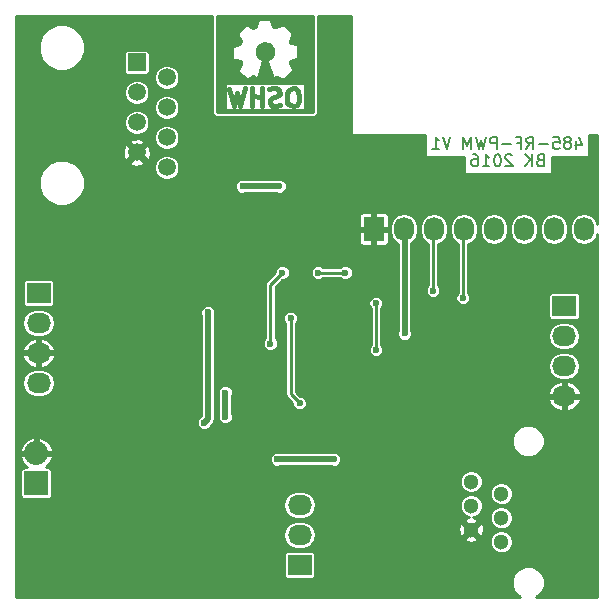
<source format=gbr>
G04 #@! TF.FileFunction,Copper,L2,Bot,Signal*
%FSLAX46Y46*%
G04 Gerber Fmt 4.6, Leading zero omitted, Abs format (unit mm)*
G04 Created by KiCad (PCBNEW 4.0.2-stable) date 3/15/2016 3:05:28 PM*
%MOMM*%
G01*
G04 APERTURE LIST*
%ADD10C,0.100000*%
%ADD11C,0.150000*%
%ADD12C,0.381000*%
%ADD13R,1.500000X1.500000*%
%ADD14C,1.500000*%
%ADD15C,1.300000*%
%ADD16R,2.032000X1.727200*%
%ADD17O,2.032000X1.727200*%
%ADD18R,2.032000X2.032000*%
%ADD19O,2.032000X2.032000*%
%ADD20R,1.727200X2.032000*%
%ADD21O,1.727200X2.032000*%
%ADD22C,0.600000*%
%ADD23C,1.000000*%
%ADD24C,0.500000*%
%ADD25C,0.250000*%
%ADD26C,0.254000*%
G04 APERTURE END LIST*
D10*
D11*
X144763785Y-62603071D02*
X144620928Y-62650690D01*
X144573309Y-62698310D01*
X144525690Y-62793548D01*
X144525690Y-62936405D01*
X144573309Y-63031643D01*
X144620928Y-63079262D01*
X144716166Y-63126881D01*
X145097119Y-63126881D01*
X145097119Y-62126881D01*
X144763785Y-62126881D01*
X144668547Y-62174500D01*
X144620928Y-62222119D01*
X144573309Y-62317357D01*
X144573309Y-62412595D01*
X144620928Y-62507833D01*
X144668547Y-62555452D01*
X144763785Y-62603071D01*
X145097119Y-62603071D01*
X144097119Y-63126881D02*
X144097119Y-62126881D01*
X143525690Y-63126881D02*
X143954262Y-62555452D01*
X143525690Y-62126881D02*
X144097119Y-62698310D01*
X142382833Y-62222119D02*
X142335214Y-62174500D01*
X142239976Y-62126881D01*
X142001880Y-62126881D01*
X141906642Y-62174500D01*
X141859023Y-62222119D01*
X141811404Y-62317357D01*
X141811404Y-62412595D01*
X141859023Y-62555452D01*
X142430452Y-63126881D01*
X141811404Y-63126881D01*
X141192357Y-62126881D02*
X141097118Y-62126881D01*
X141001880Y-62174500D01*
X140954261Y-62222119D01*
X140906642Y-62317357D01*
X140859023Y-62507833D01*
X140859023Y-62745929D01*
X140906642Y-62936405D01*
X140954261Y-63031643D01*
X141001880Y-63079262D01*
X141097118Y-63126881D01*
X141192357Y-63126881D01*
X141287595Y-63079262D01*
X141335214Y-63031643D01*
X141382833Y-62936405D01*
X141430452Y-62745929D01*
X141430452Y-62507833D01*
X141382833Y-62317357D01*
X141335214Y-62222119D01*
X141287595Y-62174500D01*
X141192357Y-62126881D01*
X139906642Y-63126881D02*
X140478071Y-63126881D01*
X140192357Y-63126881D02*
X140192357Y-62126881D01*
X140287595Y-62269738D01*
X140382833Y-62364976D01*
X140478071Y-62412595D01*
X139049499Y-62126881D02*
X139239976Y-62126881D01*
X139335214Y-62174500D01*
X139382833Y-62222119D01*
X139478071Y-62364976D01*
X139525690Y-62555452D01*
X139525690Y-62936405D01*
X139478071Y-63031643D01*
X139430452Y-63079262D01*
X139335214Y-63126881D01*
X139144737Y-63126881D01*
X139049499Y-63079262D01*
X139001880Y-63031643D01*
X138954261Y-62936405D01*
X138954261Y-62698310D01*
X139001880Y-62603071D01*
X139049499Y-62555452D01*
X139144737Y-62507833D01*
X139335214Y-62507833D01*
X139430452Y-62555452D01*
X139478071Y-62603071D01*
X139525690Y-62698310D01*
X147843142Y-60999714D02*
X147843142Y-61666381D01*
X148081238Y-60618762D02*
X148319333Y-61333048D01*
X147700285Y-61333048D01*
X147176476Y-61094952D02*
X147271714Y-61047333D01*
X147319333Y-60999714D01*
X147366952Y-60904476D01*
X147366952Y-60856857D01*
X147319333Y-60761619D01*
X147271714Y-60714000D01*
X147176476Y-60666381D01*
X146985999Y-60666381D01*
X146890761Y-60714000D01*
X146843142Y-60761619D01*
X146795523Y-60856857D01*
X146795523Y-60904476D01*
X146843142Y-60999714D01*
X146890761Y-61047333D01*
X146985999Y-61094952D01*
X147176476Y-61094952D01*
X147271714Y-61142571D01*
X147319333Y-61190190D01*
X147366952Y-61285429D01*
X147366952Y-61475905D01*
X147319333Y-61571143D01*
X147271714Y-61618762D01*
X147176476Y-61666381D01*
X146985999Y-61666381D01*
X146890761Y-61618762D01*
X146843142Y-61571143D01*
X146795523Y-61475905D01*
X146795523Y-61285429D01*
X146843142Y-61190190D01*
X146890761Y-61142571D01*
X146985999Y-61094952D01*
X145890761Y-60666381D02*
X146366952Y-60666381D01*
X146414571Y-61142571D01*
X146366952Y-61094952D01*
X146271714Y-61047333D01*
X146033618Y-61047333D01*
X145938380Y-61094952D01*
X145890761Y-61142571D01*
X145843142Y-61237810D01*
X145843142Y-61475905D01*
X145890761Y-61571143D01*
X145938380Y-61618762D01*
X146033618Y-61666381D01*
X146271714Y-61666381D01*
X146366952Y-61618762D01*
X146414571Y-61571143D01*
X145414571Y-61285429D02*
X144652666Y-61285429D01*
X143605047Y-61666381D02*
X143938381Y-61190190D01*
X144176476Y-61666381D02*
X144176476Y-60666381D01*
X143795523Y-60666381D01*
X143700285Y-60714000D01*
X143652666Y-60761619D01*
X143605047Y-60856857D01*
X143605047Y-60999714D01*
X143652666Y-61094952D01*
X143700285Y-61142571D01*
X143795523Y-61190190D01*
X144176476Y-61190190D01*
X142843142Y-61142571D02*
X143176476Y-61142571D01*
X143176476Y-61666381D02*
X143176476Y-60666381D01*
X142700285Y-60666381D01*
X142319333Y-61285429D02*
X141557428Y-61285429D01*
X141081238Y-61666381D02*
X141081238Y-60666381D01*
X140700285Y-60666381D01*
X140605047Y-60714000D01*
X140557428Y-60761619D01*
X140509809Y-60856857D01*
X140509809Y-60999714D01*
X140557428Y-61094952D01*
X140605047Y-61142571D01*
X140700285Y-61190190D01*
X141081238Y-61190190D01*
X140176476Y-60666381D02*
X139938381Y-61666381D01*
X139747904Y-60952095D01*
X139557428Y-61666381D01*
X139319333Y-60666381D01*
X138938381Y-61666381D02*
X138938381Y-60666381D01*
X138605047Y-61380667D01*
X138271714Y-60666381D01*
X138271714Y-61666381D01*
X137176476Y-60666381D02*
X136843143Y-61666381D01*
X136509809Y-60666381D01*
X135652666Y-61666381D02*
X136224095Y-61666381D01*
X135938381Y-61666381D02*
X135938381Y-60666381D01*
X136033619Y-60809238D01*
X136128857Y-60904476D01*
X136224095Y-60952095D01*
D12*
X121475500Y-54066440D02*
X122074940Y-55666640D01*
X121376440Y-54168040D02*
X120975120Y-55666640D01*
X121874280Y-53766720D02*
X121076720Y-53766720D01*
X120876060Y-53467000D02*
X121874280Y-53467000D01*
X121874280Y-53167280D02*
X121076720Y-53167280D01*
X125476000Y-55666640D02*
X123474480Y-55666640D01*
X123776740Y-55366920D02*
X125374400Y-55366920D01*
X125476000Y-55067200D02*
X123974860Y-55067200D01*
X123875800Y-54767480D02*
X125476000Y-54767480D01*
X125374400Y-54467760D02*
X123974860Y-54467760D01*
X124274580Y-54168040D02*
X125374400Y-54168040D01*
X125476000Y-53865780D02*
X124475240Y-53865780D01*
X124475240Y-53566060D02*
X125476000Y-53566060D01*
X125374400Y-53266340D02*
X124475240Y-53266340D01*
X124376180Y-52966620D02*
X125374400Y-52966620D01*
X125476000Y-52666900D02*
X123974860Y-52666900D01*
X123875800Y-52367180D02*
X125374400Y-52367180D01*
X125476000Y-52268120D02*
X124076460Y-52268120D01*
X123974860Y-51965860D02*
X125374400Y-51965860D01*
X125374400Y-51666140D02*
X123974860Y-51666140D01*
X123474480Y-51366420D02*
X125275340Y-51366420D01*
X125374400Y-51066700D02*
X122374660Y-51066700D01*
X122176540Y-50766980D02*
X125374400Y-50766980D01*
X120675400Y-50766980D02*
X117576600Y-50766980D01*
X117475000Y-50967640D02*
X120576340Y-50967640D01*
X119476520Y-51267360D02*
X117576600Y-51267360D01*
X117475000Y-51468020D02*
X119174260Y-51468020D01*
X118976140Y-51767740D02*
X117576600Y-51767740D01*
X117576600Y-52067460D02*
X118874540Y-52067460D01*
X119174260Y-52367180D02*
X117475000Y-52367180D01*
X117475000Y-52666900D02*
X119075200Y-52666900D01*
X118574820Y-52966620D02*
X117475000Y-52966620D01*
X117475000Y-53266340D02*
X118475760Y-53266340D01*
X118574820Y-53566060D02*
X117475000Y-53566060D01*
X117475000Y-53865780D02*
X118574820Y-53865780D01*
X118676420Y-54168040D02*
X117576600Y-54168040D01*
X117475000Y-54467760D02*
X119174260Y-54467760D01*
X119075200Y-54767480D02*
X117576600Y-54767480D01*
X119075200Y-55067200D02*
X117675660Y-55067200D01*
X117576600Y-55366920D02*
X119075200Y-55366920D01*
X119374920Y-55666640D02*
X117675660Y-55666640D01*
X121475500Y-55067200D02*
X121274840Y-55768240D01*
X121475500Y-54968140D02*
X121676160Y-55768240D01*
X117774720Y-55966360D02*
X117675660Y-58267600D01*
X125275340Y-55966360D02*
X125275340Y-58267600D01*
X124975620Y-55966360D02*
X124975620Y-58468260D01*
X117975380Y-55966360D02*
X117975380Y-58468260D01*
X125476000Y-55966360D02*
X117475000Y-55966360D01*
X121455180Y-54147720D02*
X121485660Y-54437280D01*
X121485660Y-54437280D02*
X120916700Y-55806340D01*
X120916700Y-55806340D02*
X120474740Y-55656480D01*
X120474740Y-55656480D02*
X120436640Y-55608220D01*
X120436640Y-55608220D02*
X120045480Y-55877460D01*
X120055640Y-55836820D02*
X119854980Y-55806340D01*
X119844820Y-55846980D02*
X119166640Y-55206900D01*
X119166640Y-55206900D02*
X119075200Y-54975760D01*
X119075200Y-54975760D02*
X119344440Y-54498240D01*
X119344440Y-54498240D02*
X119316500Y-54345840D01*
X119316500Y-54345840D02*
X118635780Y-54157880D01*
X118635780Y-54157880D02*
X118574820Y-52976780D01*
X118574820Y-52976780D02*
X119245380Y-52727860D01*
X119245380Y-52727860D02*
X119316500Y-52527200D01*
X119316500Y-52527200D02*
X119044720Y-51996340D01*
X119044720Y-51996340D02*
X119166640Y-51686460D01*
X119166640Y-51686460D02*
X119806720Y-51076860D01*
X119806720Y-51076860D02*
X120015000Y-51066700D01*
X120015000Y-51066700D02*
X120436640Y-51325780D01*
X120436640Y-51325780D02*
X120614440Y-51247040D01*
X120614440Y-51247040D02*
X120835420Y-50688240D01*
X120835420Y-50688240D02*
X120855740Y-50617120D01*
X120855740Y-50617120D02*
X122026680Y-50596800D01*
X122016520Y-50556160D02*
X122265440Y-51226720D01*
X122265440Y-51226720D02*
X122384820Y-51297840D01*
X122384820Y-51297840D02*
X123085860Y-50998120D01*
X123085860Y-50998120D02*
X123936760Y-51897280D01*
X123936760Y-51897280D02*
X123664980Y-52527200D01*
X123664980Y-52527200D02*
X123705620Y-52656740D01*
X123705620Y-52656740D02*
X124226320Y-52738020D01*
X124226320Y-52738020D02*
X124376180Y-52796440D01*
X124376180Y-52796440D02*
X124345700Y-54056280D01*
X124345700Y-54056280D02*
X123705620Y-54287420D01*
X123705620Y-54287420D02*
X123675140Y-54386480D01*
X123675140Y-54386480D02*
X123974860Y-54996080D01*
X123974860Y-54996080D02*
X123154440Y-55836820D01*
X123154440Y-55836820D02*
X123045220Y-55928260D01*
X123045220Y-55928260D02*
X122455940Y-55636160D01*
X122455940Y-55636160D02*
X122194320Y-55775860D01*
X122194320Y-55775860D02*
X121965720Y-55775860D01*
X121965720Y-55775860D02*
X121424700Y-54267100D01*
X121424700Y-54267100D02*
X121666000Y-53957220D01*
X121666000Y-53957220D02*
X121744740Y-53967380D01*
X121744740Y-53967380D02*
X121955560Y-53827680D01*
X121955560Y-53827680D02*
X122095260Y-53627020D01*
X122095260Y-53627020D02*
X122054620Y-53187600D01*
X122054620Y-53187600D02*
X121775220Y-52898040D01*
X121775220Y-52898040D02*
X121414540Y-52826920D01*
X121414540Y-52826920D02*
X121076720Y-52946300D01*
X121076720Y-52946300D02*
X120845580Y-53246020D01*
X120845580Y-53246020D02*
X120855740Y-53647340D01*
X120855740Y-53647340D02*
X120964960Y-53837840D01*
X120964960Y-53837840D02*
X121475500Y-54147720D01*
X125476000Y-50467260D02*
X117475000Y-50467260D01*
X117475000Y-50467260D02*
X117475000Y-58468260D01*
X117475000Y-58468260D02*
X125476000Y-58468260D01*
X125476000Y-58468260D02*
X125476000Y-50467260D01*
X119758460Y-56548020D02*
X119397780Y-58018680D01*
X119397780Y-58018680D02*
X119118380Y-56956960D01*
X119118380Y-56956960D02*
X118808500Y-58028840D01*
X118808500Y-58028840D02*
X118468140Y-56578500D01*
X121178320Y-57238900D02*
X120388380Y-57228740D01*
X120388380Y-57228740D02*
X120378220Y-57238900D01*
X120378220Y-57238900D02*
X120378220Y-57228740D01*
X120337580Y-56517540D02*
X120337580Y-58059320D01*
X121226580Y-56507380D02*
X121226580Y-58077100D01*
X121226580Y-58077100D02*
X121216420Y-58066940D01*
X121777760Y-56608980D02*
X122128280Y-56527700D01*
X122128280Y-56527700D02*
X122448320Y-56517540D01*
X122448320Y-56517540D02*
X122687080Y-56718200D01*
X122687080Y-56718200D02*
X122717560Y-56987440D01*
X122717560Y-56987440D02*
X122476260Y-57228740D01*
X122476260Y-57228740D02*
X122087640Y-57358280D01*
X122087640Y-57358280D02*
X121907300Y-57518300D01*
X121907300Y-57518300D02*
X121866660Y-57818020D01*
X121866660Y-57818020D02*
X122097800Y-58039000D01*
X122097800Y-58039000D02*
X122417840Y-58066940D01*
X122417840Y-58066940D02*
X122768360Y-57957720D01*
X123807220Y-56507380D02*
X124056140Y-56527700D01*
X124056140Y-56527700D02*
X124297440Y-56769000D01*
X124297440Y-56769000D02*
X124386340Y-57259220D01*
X124386340Y-57259220D02*
X124358400Y-57607200D01*
X124358400Y-57607200D02*
X124157740Y-57927240D01*
X124157740Y-57927240D02*
X123906280Y-58049160D01*
X123906280Y-58049160D02*
X123596400Y-57978040D01*
X123596400Y-57978040D02*
X123377960Y-57797700D01*
X123377960Y-57797700D02*
X123306840Y-57337960D01*
X123306840Y-57337960D02*
X123357640Y-56929020D01*
X123357640Y-56929020D02*
X123466860Y-56647080D01*
X123466860Y-56647080D02*
X123827540Y-56517540D01*
D13*
X110617000Y-54351000D03*
D14*
X113157000Y-55621000D03*
X110617000Y-56891000D03*
X113157000Y-58161000D03*
X110617000Y-59431000D03*
X113157000Y-60701000D03*
X110617000Y-61971000D03*
X113157000Y-63241000D03*
D15*
X138924000Y-91882500D03*
X138924000Y-93922500D03*
X138924000Y-89842500D03*
X141464000Y-94942500D03*
X141464000Y-92902500D03*
X141464000Y-90862500D03*
D16*
X102298500Y-73850500D03*
D17*
X102298500Y-76390500D03*
X102298500Y-78930500D03*
X102298500Y-81470500D03*
D18*
X102108000Y-89979500D03*
D19*
X102108000Y-87439500D03*
D16*
X146812000Y-74993500D03*
D17*
X146812000Y-77533500D03*
X146812000Y-80073500D03*
X146812000Y-82613500D03*
D20*
X130683000Y-68453000D03*
D21*
X133223000Y-68453000D03*
X135763000Y-68453000D03*
X138303000Y-68453000D03*
X140843000Y-68453000D03*
X143383000Y-68453000D03*
X145923000Y-68453000D03*
X148463000Y-68453000D03*
D16*
X124396500Y-96901000D03*
D17*
X124396500Y-94361000D03*
X124396500Y-91821000D03*
D22*
X133286500Y-77279500D03*
X127317500Y-87947500D03*
X122491500Y-87947500D03*
X118110000Y-82296000D03*
X118110000Y-84328000D03*
X113284000Y-78676500D03*
D23*
X126301500Y-86423500D03*
D22*
X118618000Y-70104000D03*
X135064500Y-91313000D03*
D23*
X120396000Y-93916500D03*
X102362000Y-93916500D03*
D22*
X122682000Y-64833500D03*
X119570500Y-64833500D03*
X116631999Y-75483999D03*
X116332000Y-84836000D03*
X135699500Y-73660000D03*
X138229501Y-74285001D03*
X122936000Y-72136000D03*
X121920000Y-78145010D03*
X130873500Y-78676500D03*
X130855999Y-74721999D03*
X125984000Y-72136000D03*
X128270000Y-72136000D03*
X123645500Y-75998500D03*
X124396500Y-83185000D03*
D24*
X133286500Y-77279500D02*
X133286500Y-68516500D01*
X133286500Y-68516500D02*
X133223000Y-68453000D01*
X122915764Y-87947500D02*
X127317500Y-87947500D01*
X122491500Y-87947500D02*
X122915764Y-87947500D01*
X118110000Y-84328000D02*
X118110000Y-82296000D01*
X119994764Y-64833500D02*
X122682000Y-64833500D01*
X119570500Y-64833500D02*
X119994764Y-64833500D01*
X116332000Y-84836000D02*
X116631999Y-84536001D01*
X116631999Y-84536001D02*
X116631999Y-75483999D01*
D25*
X135699500Y-73660000D02*
X135699500Y-68516500D01*
X135699500Y-68516500D02*
X135763000Y-68453000D01*
X135636000Y-68580000D02*
X135763000Y-68453000D01*
X138229501Y-74285001D02*
X138229501Y-68526499D01*
X138229501Y-68526499D02*
X138303000Y-68453000D01*
X138008999Y-68747001D02*
X138303000Y-68453000D01*
X121920000Y-73152000D02*
X122936000Y-72136000D01*
X121920000Y-74676000D02*
X121920000Y-73152000D01*
X121920000Y-78145010D02*
X121920000Y-74676000D01*
X130873500Y-78676500D02*
X130873500Y-74739500D01*
X130873500Y-74739500D02*
X130855999Y-74721999D01*
X128270000Y-72136000D02*
X125984000Y-72136000D01*
X123645500Y-75998500D02*
X123645500Y-82434000D01*
X123645500Y-82434000D02*
X124396500Y-83185000D01*
D26*
G36*
X116957500Y-50467260D02*
X116957500Y-58468260D01*
X116996892Y-58666299D01*
X117109072Y-58834188D01*
X117276961Y-58946368D01*
X117475000Y-58985760D01*
X125476000Y-58985760D01*
X125674039Y-58946368D01*
X125841928Y-58834188D01*
X125954108Y-58666299D01*
X125993500Y-58468260D01*
X125993500Y-50467260D01*
X125980519Y-50402000D01*
X128778000Y-50402000D01*
X128778000Y-60388500D01*
X128786685Y-60434659D01*
X128813965Y-60477053D01*
X128855590Y-60505494D01*
X128905000Y-60515500D01*
X135060191Y-60515500D01*
X135060191Y-62316000D01*
X138361786Y-62316000D01*
X138361786Y-63776500D01*
X145737215Y-63776500D01*
X145737215Y-62316000D01*
X148911810Y-62316000D01*
X148911810Y-60515500D01*
X149598000Y-60515500D01*
X149598000Y-67994769D01*
X149562971Y-67818666D01*
X149304881Y-67432408D01*
X148918623Y-67174318D01*
X148463000Y-67083689D01*
X148007377Y-67174318D01*
X147621119Y-67432408D01*
X147363029Y-67818666D01*
X147272400Y-68274289D01*
X147272400Y-68631711D01*
X147363029Y-69087334D01*
X147621119Y-69473592D01*
X148007377Y-69731682D01*
X148463000Y-69822311D01*
X148918623Y-69731682D01*
X149304881Y-69473592D01*
X149562971Y-69087334D01*
X149598000Y-68911231D01*
X149598000Y-99598000D01*
X144452339Y-99598000D01*
X144542989Y-99560544D01*
X144930683Y-99173526D01*
X145140760Y-98667604D01*
X145141238Y-98119799D01*
X144932044Y-97613511D01*
X144545026Y-97225817D01*
X144039104Y-97015740D01*
X143491299Y-97015262D01*
X142985011Y-97224456D01*
X142597317Y-97611474D01*
X142387240Y-98117396D01*
X142386762Y-98665201D01*
X142595956Y-99171489D01*
X142982974Y-99559183D01*
X143076456Y-99598000D01*
X100402000Y-99598000D01*
X100402000Y-96037400D01*
X123047094Y-96037400D01*
X123047094Y-97764600D01*
X123069895Y-97885779D01*
X123141512Y-97997074D01*
X123250786Y-98071738D01*
X123380500Y-98098006D01*
X125412500Y-98098006D01*
X125533679Y-98075205D01*
X125644974Y-98003588D01*
X125719638Y-97894314D01*
X125745906Y-97764600D01*
X125745906Y-96037400D01*
X125723105Y-95916221D01*
X125651488Y-95804926D01*
X125542214Y-95730262D01*
X125412500Y-95703994D01*
X123380500Y-95703994D01*
X123259321Y-95726795D01*
X123148026Y-95798412D01*
X123073362Y-95907686D01*
X123047094Y-96037400D01*
X100402000Y-96037400D01*
X100402000Y-94361000D01*
X123027189Y-94361000D01*
X123117818Y-94816623D01*
X123375908Y-95202881D01*
X123762166Y-95460971D01*
X124217789Y-95551600D01*
X124575211Y-95551600D01*
X125030834Y-95460971D01*
X125417092Y-95202881D01*
X125461790Y-95135985D01*
X140486830Y-95135985D01*
X140635256Y-95495203D01*
X140909851Y-95770278D01*
X141268810Y-95919330D01*
X141657485Y-95919670D01*
X142016703Y-95771244D01*
X142291778Y-95496649D01*
X142440830Y-95137690D01*
X142441170Y-94749015D01*
X142292744Y-94389797D01*
X142018149Y-94114722D01*
X141659190Y-93965670D01*
X141270515Y-93965330D01*
X140911297Y-94113756D01*
X140636222Y-94388351D01*
X140487170Y-94747310D01*
X140486830Y-95135985D01*
X125461790Y-95135985D01*
X125675182Y-94816623D01*
X125696884Y-94707517D01*
X138318589Y-94707517D01*
X138385629Y-94879568D01*
X138792864Y-95012741D01*
X139220063Y-94979935D01*
X139462371Y-94879568D01*
X139529411Y-94707517D01*
X138924000Y-94102105D01*
X138318589Y-94707517D01*
X125696884Y-94707517D01*
X125765811Y-94361000D01*
X125675182Y-93905377D01*
X125599001Y-93791364D01*
X137833759Y-93791364D01*
X137866565Y-94218563D01*
X137966932Y-94460871D01*
X138138983Y-94527911D01*
X138744395Y-93922500D01*
X139103605Y-93922500D01*
X139709017Y-94527911D01*
X139881068Y-94460871D01*
X140014241Y-94053636D01*
X139981435Y-93626437D01*
X139881068Y-93384129D01*
X139709017Y-93317089D01*
X139103605Y-93922500D01*
X138744395Y-93922500D01*
X138138983Y-93317089D01*
X137966932Y-93384129D01*
X137833759Y-93791364D01*
X125599001Y-93791364D01*
X125417092Y-93519119D01*
X125030834Y-93261029D01*
X124575211Y-93170400D01*
X124217789Y-93170400D01*
X123762166Y-93261029D01*
X123375908Y-93519119D01*
X123117818Y-93905377D01*
X123027189Y-94361000D01*
X100402000Y-94361000D01*
X100402000Y-91821000D01*
X123027189Y-91821000D01*
X123117818Y-92276623D01*
X123375908Y-92662881D01*
X123762166Y-92920971D01*
X124217789Y-93011600D01*
X124575211Y-93011600D01*
X125030834Y-92920971D01*
X125417092Y-92662881D01*
X125675182Y-92276623D01*
X125715091Y-92075985D01*
X137946830Y-92075985D01*
X138095256Y-92435203D01*
X138369851Y-92710278D01*
X138724722Y-92857633D01*
X138627937Y-92865065D01*
X138385629Y-92965432D01*
X138318589Y-93137483D01*
X138924000Y-93742895D01*
X139529411Y-93137483D01*
X139513242Y-93095985D01*
X140486830Y-93095985D01*
X140635256Y-93455203D01*
X140909851Y-93730278D01*
X141268810Y-93879330D01*
X141657485Y-93879670D01*
X142016703Y-93731244D01*
X142291778Y-93456649D01*
X142440830Y-93097690D01*
X142441170Y-92709015D01*
X142292744Y-92349797D01*
X142018149Y-92074722D01*
X141659190Y-91925670D01*
X141270515Y-91925330D01*
X140911297Y-92073756D01*
X140636222Y-92348351D01*
X140487170Y-92707310D01*
X140486830Y-93095985D01*
X139513242Y-93095985D01*
X139462371Y-92965432D01*
X139126971Y-92855750D01*
X139476703Y-92711244D01*
X139751778Y-92436649D01*
X139900830Y-92077690D01*
X139901170Y-91689015D01*
X139752744Y-91329797D01*
X139479410Y-91055985D01*
X140486830Y-91055985D01*
X140635256Y-91415203D01*
X140909851Y-91690278D01*
X141268810Y-91839330D01*
X141657485Y-91839670D01*
X142016703Y-91691244D01*
X142291778Y-91416649D01*
X142440830Y-91057690D01*
X142441170Y-90669015D01*
X142292744Y-90309797D01*
X142018149Y-90034722D01*
X141659190Y-89885670D01*
X141270515Y-89885330D01*
X140911297Y-90033756D01*
X140636222Y-90308351D01*
X140487170Y-90667310D01*
X140486830Y-91055985D01*
X139479410Y-91055985D01*
X139478149Y-91054722D01*
X139119190Y-90905670D01*
X138730515Y-90905330D01*
X138371297Y-91053756D01*
X138096222Y-91328351D01*
X137947170Y-91687310D01*
X137946830Y-92075985D01*
X125715091Y-92075985D01*
X125765811Y-91821000D01*
X125675182Y-91365377D01*
X125417092Y-90979119D01*
X125030834Y-90721029D01*
X124575211Y-90630400D01*
X124217789Y-90630400D01*
X123762166Y-90721029D01*
X123375908Y-90979119D01*
X123117818Y-91365377D01*
X123027189Y-91821000D01*
X100402000Y-91821000D01*
X100402000Y-87789795D01*
X100708164Y-87789795D01*
X100870462Y-88181643D01*
X101248670Y-88598736D01*
X101315011Y-88630094D01*
X101092000Y-88630094D01*
X100970821Y-88652895D01*
X100859526Y-88724512D01*
X100784862Y-88833786D01*
X100758594Y-88963500D01*
X100758594Y-90995500D01*
X100781395Y-91116679D01*
X100853012Y-91227974D01*
X100962286Y-91302638D01*
X101092000Y-91328906D01*
X103124000Y-91328906D01*
X103245179Y-91306105D01*
X103356474Y-91234488D01*
X103431138Y-91125214D01*
X103457406Y-90995500D01*
X103457406Y-90035985D01*
X137946830Y-90035985D01*
X138095256Y-90395203D01*
X138369851Y-90670278D01*
X138728810Y-90819330D01*
X139117485Y-90819670D01*
X139476703Y-90671244D01*
X139751778Y-90396649D01*
X139900830Y-90037690D01*
X139901170Y-89649015D01*
X139752744Y-89289797D01*
X139478149Y-89014722D01*
X139119190Y-88865670D01*
X138730515Y-88865330D01*
X138371297Y-89013756D01*
X138096222Y-89288351D01*
X137947170Y-89647310D01*
X137946830Y-90035985D01*
X103457406Y-90035985D01*
X103457406Y-88963500D01*
X103434605Y-88842321D01*
X103362988Y-88731026D01*
X103253714Y-88656362D01*
X103124000Y-88630094D01*
X102900989Y-88630094D01*
X102967330Y-88598736D01*
X103345538Y-88181643D01*
X103391086Y-88071671D01*
X121864391Y-88071671D01*
X121959645Y-88302203D01*
X122135869Y-88478735D01*
X122366235Y-88574391D01*
X122615671Y-88574609D01*
X122736944Y-88524500D01*
X127072084Y-88524500D01*
X127192235Y-88574391D01*
X127441671Y-88574609D01*
X127672203Y-88479355D01*
X127848735Y-88303131D01*
X127944391Y-88072765D01*
X127944609Y-87823329D01*
X127849355Y-87592797D01*
X127673131Y-87416265D01*
X127442765Y-87320609D01*
X127193329Y-87320391D01*
X127072056Y-87370500D01*
X122736916Y-87370500D01*
X122616765Y-87320609D01*
X122367329Y-87320391D01*
X122136797Y-87415645D01*
X121960265Y-87591869D01*
X121864609Y-87822235D01*
X121864391Y-88071671D01*
X103391086Y-88071671D01*
X103507836Y-87789795D01*
X103438201Y-87566500D01*
X102235000Y-87566500D01*
X102235000Y-87586500D01*
X101981000Y-87586500D01*
X101981000Y-87566500D01*
X100777799Y-87566500D01*
X100708164Y-87789795D01*
X100402000Y-87789795D01*
X100402000Y-87089205D01*
X100708164Y-87089205D01*
X100777799Y-87312500D01*
X101981000Y-87312500D01*
X101981000Y-86108840D01*
X102235000Y-86108840D01*
X102235000Y-87312500D01*
X103438201Y-87312500D01*
X103507836Y-87089205D01*
X103345538Y-86697357D01*
X103316380Y-86665201D01*
X142386762Y-86665201D01*
X142595956Y-87171489D01*
X142982974Y-87559183D01*
X143488896Y-87769260D01*
X144036701Y-87769738D01*
X144542989Y-87560544D01*
X144930683Y-87173526D01*
X145140760Y-86667604D01*
X145141238Y-86119799D01*
X144932044Y-85613511D01*
X144545026Y-85225817D01*
X144039104Y-85015740D01*
X143491299Y-85015262D01*
X142985011Y-85224456D01*
X142597317Y-85611474D01*
X142387240Y-86117396D01*
X142386762Y-86665201D01*
X103316380Y-86665201D01*
X102967330Y-86280264D01*
X102458297Y-86039654D01*
X102235000Y-86108840D01*
X101981000Y-86108840D01*
X101757703Y-86039654D01*
X101248670Y-86280264D01*
X100870462Y-86697357D01*
X100708164Y-87089205D01*
X100402000Y-87089205D01*
X100402000Y-84960171D01*
X115704891Y-84960171D01*
X115800145Y-85190703D01*
X115976369Y-85367235D01*
X116206735Y-85462891D01*
X116456171Y-85463109D01*
X116686703Y-85367855D01*
X116863235Y-85191631D01*
X116913555Y-85070446D01*
X117039997Y-84944004D01*
X117040000Y-84944002D01*
X117165077Y-84756809D01*
X117174242Y-84710735D01*
X117209000Y-84536001D01*
X117208999Y-84535996D01*
X117208999Y-82420171D01*
X117482891Y-82420171D01*
X117533000Y-82541444D01*
X117533000Y-84082584D01*
X117483109Y-84202735D01*
X117482891Y-84452171D01*
X117578145Y-84682703D01*
X117754369Y-84859235D01*
X117984735Y-84954891D01*
X118234171Y-84955109D01*
X118464703Y-84859855D01*
X118641235Y-84683631D01*
X118736891Y-84453265D01*
X118737109Y-84203829D01*
X118687000Y-84082556D01*
X118687000Y-82541416D01*
X118736891Y-82421265D01*
X118737109Y-82171829D01*
X118641855Y-81941297D01*
X118465631Y-81764765D01*
X118235265Y-81669109D01*
X117985829Y-81668891D01*
X117755297Y-81764145D01*
X117578765Y-81940369D01*
X117483109Y-82170735D01*
X117482891Y-82420171D01*
X117208999Y-82420171D01*
X117208999Y-78269181D01*
X121292891Y-78269181D01*
X121388145Y-78499713D01*
X121564369Y-78676245D01*
X121794735Y-78771901D01*
X122044171Y-78772119D01*
X122274703Y-78676865D01*
X122451235Y-78500641D01*
X122546891Y-78270275D01*
X122547109Y-78020839D01*
X122451855Y-77790307D01*
X122372000Y-77710312D01*
X122372000Y-76122671D01*
X123018391Y-76122671D01*
X123113645Y-76353203D01*
X123193500Y-76433198D01*
X123193500Y-82434000D01*
X123227906Y-82606973D01*
X123325888Y-82753612D01*
X123769489Y-83197213D01*
X123769391Y-83309171D01*
X123864645Y-83539703D01*
X124040869Y-83716235D01*
X124271235Y-83811891D01*
X124520671Y-83812109D01*
X124751203Y-83716855D01*
X124927735Y-83540631D01*
X125023391Y-83310265D01*
X125023609Y-83060829D01*
X124973622Y-82939851D01*
X145410943Y-82939851D01*
X145629404Y-83393378D01*
X146006269Y-83728252D01*
X146482598Y-83893416D01*
X146685000Y-83798597D01*
X146685000Y-82740500D01*
X146939000Y-82740500D01*
X146939000Y-83798597D01*
X147141402Y-83893416D01*
X147617731Y-83728252D01*
X147994596Y-83393378D01*
X148213057Y-82939851D01*
X148141418Y-82740500D01*
X146939000Y-82740500D01*
X146685000Y-82740500D01*
X145482582Y-82740500D01*
X145410943Y-82939851D01*
X124973622Y-82939851D01*
X124928355Y-82830297D01*
X124752131Y-82653765D01*
X124521765Y-82558109D01*
X124408735Y-82558010D01*
X124137874Y-82287149D01*
X145410943Y-82287149D01*
X145482582Y-82486500D01*
X146685000Y-82486500D01*
X146685000Y-81428403D01*
X146939000Y-81428403D01*
X146939000Y-82486500D01*
X148141418Y-82486500D01*
X148213057Y-82287149D01*
X147994596Y-81833622D01*
X147617731Y-81498748D01*
X147141402Y-81333584D01*
X146939000Y-81428403D01*
X146685000Y-81428403D01*
X146482598Y-81333584D01*
X146006269Y-81498748D01*
X145629404Y-81833622D01*
X145410943Y-82287149D01*
X124137874Y-82287149D01*
X124097500Y-82246776D01*
X124097500Y-80073500D01*
X145442689Y-80073500D01*
X145533318Y-80529123D01*
X145791408Y-80915381D01*
X146177666Y-81173471D01*
X146633289Y-81264100D01*
X146990711Y-81264100D01*
X147446334Y-81173471D01*
X147832592Y-80915381D01*
X148090682Y-80529123D01*
X148181311Y-80073500D01*
X148090682Y-79617877D01*
X147832592Y-79231619D01*
X147446334Y-78973529D01*
X146990711Y-78882900D01*
X146633289Y-78882900D01*
X146177666Y-78973529D01*
X145791408Y-79231619D01*
X145533318Y-79617877D01*
X145442689Y-80073500D01*
X124097500Y-80073500D01*
X124097500Y-76433228D01*
X124176735Y-76354131D01*
X124272391Y-76123765D01*
X124272609Y-75874329D01*
X124177355Y-75643797D01*
X124001131Y-75467265D01*
X123770765Y-75371609D01*
X123521329Y-75371391D01*
X123290797Y-75466645D01*
X123114265Y-75642869D01*
X123018609Y-75873235D01*
X123018391Y-76122671D01*
X122372000Y-76122671D01*
X122372000Y-74846170D01*
X130228890Y-74846170D01*
X130324144Y-75076702D01*
X130421500Y-75174228D01*
X130421500Y-78241772D01*
X130342265Y-78320869D01*
X130246609Y-78551235D01*
X130246391Y-78800671D01*
X130341645Y-79031203D01*
X130517869Y-79207735D01*
X130748235Y-79303391D01*
X130997671Y-79303609D01*
X131228203Y-79208355D01*
X131404735Y-79032131D01*
X131500391Y-78801765D01*
X131500609Y-78552329D01*
X131405355Y-78321797D01*
X131325500Y-78241802D01*
X131325500Y-75139256D01*
X131387234Y-75077630D01*
X131482890Y-74847264D01*
X131483108Y-74597828D01*
X131387854Y-74367296D01*
X131211630Y-74190764D01*
X130981264Y-74095108D01*
X130731828Y-74094890D01*
X130501296Y-74190144D01*
X130324764Y-74366368D01*
X130229108Y-74596734D01*
X130228890Y-74846170D01*
X122372000Y-74846170D01*
X122372000Y-73339224D01*
X122948213Y-72763011D01*
X123060171Y-72763109D01*
X123290703Y-72667855D01*
X123467235Y-72491631D01*
X123562891Y-72261265D01*
X123562891Y-72260171D01*
X125356891Y-72260171D01*
X125452145Y-72490703D01*
X125628369Y-72667235D01*
X125858735Y-72762891D01*
X126108171Y-72763109D01*
X126338703Y-72667855D01*
X126418698Y-72588000D01*
X127835272Y-72588000D01*
X127914369Y-72667235D01*
X128144735Y-72762891D01*
X128394171Y-72763109D01*
X128624703Y-72667855D01*
X128801235Y-72491631D01*
X128896891Y-72261265D01*
X128897109Y-72011829D01*
X128801855Y-71781297D01*
X128625631Y-71604765D01*
X128395265Y-71509109D01*
X128145829Y-71508891D01*
X127915297Y-71604145D01*
X127835302Y-71684000D01*
X126418728Y-71684000D01*
X126339631Y-71604765D01*
X126109265Y-71509109D01*
X125859829Y-71508891D01*
X125629297Y-71604145D01*
X125452765Y-71780369D01*
X125357109Y-72010735D01*
X125356891Y-72260171D01*
X123562891Y-72260171D01*
X123563109Y-72011829D01*
X123467855Y-71781297D01*
X123291631Y-71604765D01*
X123061265Y-71509109D01*
X122811829Y-71508891D01*
X122581297Y-71604145D01*
X122404765Y-71780369D01*
X122309109Y-72010735D01*
X122309010Y-72123766D01*
X121600388Y-72832388D01*
X121502406Y-72979027D01*
X121468000Y-73152000D01*
X121468000Y-77710282D01*
X121388765Y-77789379D01*
X121293109Y-78019745D01*
X121292891Y-78269181D01*
X117208999Y-78269181D01*
X117208999Y-75729415D01*
X117258890Y-75609264D01*
X117259108Y-75359828D01*
X117163854Y-75129296D01*
X116987630Y-74952764D01*
X116757264Y-74857108D01*
X116507828Y-74856890D01*
X116277296Y-74952144D01*
X116100764Y-75128368D01*
X116005108Y-75358734D01*
X116004890Y-75608170D01*
X116054999Y-75729443D01*
X116054999Y-84272039D01*
X115977297Y-84304145D01*
X115800765Y-84480369D01*
X115705109Y-84710735D01*
X115704891Y-84960171D01*
X100402000Y-84960171D01*
X100402000Y-81470500D01*
X100929189Y-81470500D01*
X101019818Y-81926123D01*
X101277908Y-82312381D01*
X101664166Y-82570471D01*
X102119789Y-82661100D01*
X102477211Y-82661100D01*
X102932834Y-82570471D01*
X103319092Y-82312381D01*
X103577182Y-81926123D01*
X103667811Y-81470500D01*
X103577182Y-81014877D01*
X103319092Y-80628619D01*
X102932834Y-80370529D01*
X102477211Y-80279900D01*
X102119789Y-80279900D01*
X101664166Y-80370529D01*
X101277908Y-80628619D01*
X101019818Y-81014877D01*
X100929189Y-81470500D01*
X100402000Y-81470500D01*
X100402000Y-79256851D01*
X100897443Y-79256851D01*
X101115904Y-79710378D01*
X101492769Y-80045252D01*
X101969098Y-80210416D01*
X102171500Y-80115597D01*
X102171500Y-79057500D01*
X102425500Y-79057500D01*
X102425500Y-80115597D01*
X102627902Y-80210416D01*
X103104231Y-80045252D01*
X103481096Y-79710378D01*
X103699557Y-79256851D01*
X103627918Y-79057500D01*
X102425500Y-79057500D01*
X102171500Y-79057500D01*
X100969082Y-79057500D01*
X100897443Y-79256851D01*
X100402000Y-79256851D01*
X100402000Y-78604149D01*
X100897443Y-78604149D01*
X100969082Y-78803500D01*
X102171500Y-78803500D01*
X102171500Y-77745403D01*
X102425500Y-77745403D01*
X102425500Y-78803500D01*
X103627918Y-78803500D01*
X103699557Y-78604149D01*
X103481096Y-78150622D01*
X103104231Y-77815748D01*
X102627902Y-77650584D01*
X102425500Y-77745403D01*
X102171500Y-77745403D01*
X101969098Y-77650584D01*
X101492769Y-77815748D01*
X101115904Y-78150622D01*
X100897443Y-78604149D01*
X100402000Y-78604149D01*
X100402000Y-76390500D01*
X100929189Y-76390500D01*
X101019818Y-76846123D01*
X101277908Y-77232381D01*
X101664166Y-77490471D01*
X102119789Y-77581100D01*
X102477211Y-77581100D01*
X102932834Y-77490471D01*
X103319092Y-77232381D01*
X103577182Y-76846123D01*
X103667811Y-76390500D01*
X103577182Y-75934877D01*
X103319092Y-75548619D01*
X102932834Y-75290529D01*
X102477211Y-75199900D01*
X102119789Y-75199900D01*
X101664166Y-75290529D01*
X101277908Y-75548619D01*
X101019818Y-75934877D01*
X100929189Y-76390500D01*
X100402000Y-76390500D01*
X100402000Y-72986900D01*
X100949094Y-72986900D01*
X100949094Y-74714100D01*
X100971895Y-74835279D01*
X101043512Y-74946574D01*
X101152786Y-75021238D01*
X101282500Y-75047506D01*
X103314500Y-75047506D01*
X103435679Y-75024705D01*
X103546974Y-74953088D01*
X103621638Y-74843814D01*
X103647906Y-74714100D01*
X103647906Y-72986900D01*
X103625105Y-72865721D01*
X103553488Y-72754426D01*
X103444214Y-72679762D01*
X103314500Y-72653494D01*
X101282500Y-72653494D01*
X101161321Y-72676295D01*
X101050026Y-72747912D01*
X100975362Y-72857186D01*
X100949094Y-72986900D01*
X100402000Y-72986900D01*
X100402000Y-68686750D01*
X129392400Y-68686750D01*
X129392400Y-69553935D01*
X129457407Y-69710876D01*
X129577524Y-69830993D01*
X129734464Y-69896000D01*
X130449250Y-69896000D01*
X130556000Y-69789250D01*
X130556000Y-68580000D01*
X130810000Y-68580000D01*
X130810000Y-69789250D01*
X130916750Y-69896000D01*
X131631536Y-69896000D01*
X131788476Y-69830993D01*
X131908593Y-69710876D01*
X131973600Y-69553935D01*
X131973600Y-68686750D01*
X131866850Y-68580000D01*
X130810000Y-68580000D01*
X130556000Y-68580000D01*
X129499150Y-68580000D01*
X129392400Y-68686750D01*
X100402000Y-68686750D01*
X100402000Y-67352065D01*
X129392400Y-67352065D01*
X129392400Y-68219250D01*
X129499150Y-68326000D01*
X130556000Y-68326000D01*
X130556000Y-67116750D01*
X130810000Y-67116750D01*
X130810000Y-68326000D01*
X131866850Y-68326000D01*
X131918561Y-68274289D01*
X132032400Y-68274289D01*
X132032400Y-68631711D01*
X132123029Y-69087334D01*
X132381119Y-69473592D01*
X132709500Y-69693010D01*
X132709500Y-77034084D01*
X132659609Y-77154235D01*
X132659391Y-77403671D01*
X132754645Y-77634203D01*
X132930869Y-77810735D01*
X133161235Y-77906391D01*
X133410671Y-77906609D01*
X133641203Y-77811355D01*
X133817735Y-77635131D01*
X133859935Y-77533500D01*
X145442689Y-77533500D01*
X145533318Y-77989123D01*
X145791408Y-78375381D01*
X146177666Y-78633471D01*
X146633289Y-78724100D01*
X146990711Y-78724100D01*
X147446334Y-78633471D01*
X147832592Y-78375381D01*
X148090682Y-77989123D01*
X148181311Y-77533500D01*
X148090682Y-77077877D01*
X147832592Y-76691619D01*
X147446334Y-76433529D01*
X146990711Y-76342900D01*
X146633289Y-76342900D01*
X146177666Y-76433529D01*
X145791408Y-76691619D01*
X145533318Y-77077877D01*
X145442689Y-77533500D01*
X133859935Y-77533500D01*
X133913391Y-77404765D01*
X133913609Y-77155329D01*
X133863500Y-77034056D01*
X133863500Y-69608151D01*
X134064881Y-69473592D01*
X134322971Y-69087334D01*
X134413600Y-68631711D01*
X134413600Y-68274289D01*
X134572400Y-68274289D01*
X134572400Y-68631711D01*
X134663029Y-69087334D01*
X134921119Y-69473592D01*
X135247500Y-69691673D01*
X135247500Y-73225272D01*
X135168265Y-73304369D01*
X135072609Y-73534735D01*
X135072391Y-73784171D01*
X135167645Y-74014703D01*
X135343869Y-74191235D01*
X135574235Y-74286891D01*
X135823671Y-74287109D01*
X136054203Y-74191855D01*
X136230735Y-74015631D01*
X136326391Y-73785265D01*
X136326609Y-73535829D01*
X136231355Y-73305297D01*
X136151500Y-73225302D01*
X136151500Y-69745034D01*
X136218623Y-69731682D01*
X136604881Y-69473592D01*
X136862971Y-69087334D01*
X136953600Y-68631711D01*
X136953600Y-68274289D01*
X137112400Y-68274289D01*
X137112400Y-68631711D01*
X137203029Y-69087334D01*
X137461119Y-69473592D01*
X137777501Y-69684992D01*
X137777501Y-73850273D01*
X137698266Y-73929370D01*
X137602610Y-74159736D01*
X137602392Y-74409172D01*
X137697646Y-74639704D01*
X137873870Y-74816236D01*
X138104236Y-74911892D01*
X138353672Y-74912110D01*
X138584204Y-74816856D01*
X138760736Y-74640632D01*
X138856392Y-74410266D01*
X138856610Y-74160830D01*
X138843830Y-74129900D01*
X145462594Y-74129900D01*
X145462594Y-75857100D01*
X145485395Y-75978279D01*
X145557012Y-76089574D01*
X145666286Y-76164238D01*
X145796000Y-76190506D01*
X147828000Y-76190506D01*
X147949179Y-76167705D01*
X148060474Y-76096088D01*
X148135138Y-75986814D01*
X148161406Y-75857100D01*
X148161406Y-74129900D01*
X148138605Y-74008721D01*
X148066988Y-73897426D01*
X147957714Y-73822762D01*
X147828000Y-73796494D01*
X145796000Y-73796494D01*
X145674821Y-73819295D01*
X145563526Y-73890912D01*
X145488862Y-74000186D01*
X145462594Y-74129900D01*
X138843830Y-74129900D01*
X138761356Y-73930298D01*
X138681501Y-73850303D01*
X138681501Y-69747023D01*
X138758623Y-69731682D01*
X139144881Y-69473592D01*
X139402971Y-69087334D01*
X139493600Y-68631711D01*
X139493600Y-68274289D01*
X139652400Y-68274289D01*
X139652400Y-68631711D01*
X139743029Y-69087334D01*
X140001119Y-69473592D01*
X140387377Y-69731682D01*
X140843000Y-69822311D01*
X141298623Y-69731682D01*
X141684881Y-69473592D01*
X141942971Y-69087334D01*
X142033600Y-68631711D01*
X142033600Y-68274289D01*
X142192400Y-68274289D01*
X142192400Y-68631711D01*
X142283029Y-69087334D01*
X142541119Y-69473592D01*
X142927377Y-69731682D01*
X143383000Y-69822311D01*
X143838623Y-69731682D01*
X144224881Y-69473592D01*
X144482971Y-69087334D01*
X144573600Y-68631711D01*
X144573600Y-68274289D01*
X144732400Y-68274289D01*
X144732400Y-68631711D01*
X144823029Y-69087334D01*
X145081119Y-69473592D01*
X145467377Y-69731682D01*
X145923000Y-69822311D01*
X146378623Y-69731682D01*
X146764881Y-69473592D01*
X147022971Y-69087334D01*
X147113600Y-68631711D01*
X147113600Y-68274289D01*
X147022971Y-67818666D01*
X146764881Y-67432408D01*
X146378623Y-67174318D01*
X145923000Y-67083689D01*
X145467377Y-67174318D01*
X145081119Y-67432408D01*
X144823029Y-67818666D01*
X144732400Y-68274289D01*
X144573600Y-68274289D01*
X144482971Y-67818666D01*
X144224881Y-67432408D01*
X143838623Y-67174318D01*
X143383000Y-67083689D01*
X142927377Y-67174318D01*
X142541119Y-67432408D01*
X142283029Y-67818666D01*
X142192400Y-68274289D01*
X142033600Y-68274289D01*
X141942971Y-67818666D01*
X141684881Y-67432408D01*
X141298623Y-67174318D01*
X140843000Y-67083689D01*
X140387377Y-67174318D01*
X140001119Y-67432408D01*
X139743029Y-67818666D01*
X139652400Y-68274289D01*
X139493600Y-68274289D01*
X139402971Y-67818666D01*
X139144881Y-67432408D01*
X138758623Y-67174318D01*
X138303000Y-67083689D01*
X137847377Y-67174318D01*
X137461119Y-67432408D01*
X137203029Y-67818666D01*
X137112400Y-68274289D01*
X136953600Y-68274289D01*
X136862971Y-67818666D01*
X136604881Y-67432408D01*
X136218623Y-67174318D01*
X135763000Y-67083689D01*
X135307377Y-67174318D01*
X134921119Y-67432408D01*
X134663029Y-67818666D01*
X134572400Y-68274289D01*
X134413600Y-68274289D01*
X134322971Y-67818666D01*
X134064881Y-67432408D01*
X133678623Y-67174318D01*
X133223000Y-67083689D01*
X132767377Y-67174318D01*
X132381119Y-67432408D01*
X132123029Y-67818666D01*
X132032400Y-68274289D01*
X131918561Y-68274289D01*
X131973600Y-68219250D01*
X131973600Y-67352065D01*
X131908593Y-67195124D01*
X131788476Y-67075007D01*
X131631536Y-67010000D01*
X130916750Y-67010000D01*
X130810000Y-67116750D01*
X130556000Y-67116750D01*
X130449250Y-67010000D01*
X129734464Y-67010000D01*
X129577524Y-67075007D01*
X129457407Y-67195124D01*
X129392400Y-67352065D01*
X100402000Y-67352065D01*
X100402000Y-64907573D01*
X102314662Y-64907573D01*
X102611210Y-65625275D01*
X103159837Y-66174860D01*
X103877020Y-66472660D01*
X104653573Y-66473338D01*
X105371275Y-66176790D01*
X105920860Y-65628163D01*
X106199272Y-64957671D01*
X118943391Y-64957671D01*
X119038645Y-65188203D01*
X119214869Y-65364735D01*
X119445235Y-65460391D01*
X119694671Y-65460609D01*
X119815944Y-65410500D01*
X122436584Y-65410500D01*
X122556735Y-65460391D01*
X122806171Y-65460609D01*
X123036703Y-65365355D01*
X123213235Y-65189131D01*
X123308891Y-64958765D01*
X123309109Y-64709329D01*
X123213855Y-64478797D01*
X123037631Y-64302265D01*
X122807265Y-64206609D01*
X122557829Y-64206391D01*
X122436556Y-64256500D01*
X119815916Y-64256500D01*
X119695765Y-64206609D01*
X119446329Y-64206391D01*
X119215797Y-64301645D01*
X119039265Y-64477869D01*
X118943609Y-64708235D01*
X118943391Y-64957671D01*
X106199272Y-64957671D01*
X106218660Y-64910980D01*
X106219338Y-64134427D01*
X105938312Y-63454289D01*
X112079813Y-63454289D01*
X112243431Y-63850275D01*
X112546132Y-64153504D01*
X112941832Y-64317813D01*
X113370289Y-64318187D01*
X113766275Y-64154569D01*
X114069504Y-63851868D01*
X114233813Y-63456168D01*
X114234187Y-63027711D01*
X114070569Y-62631725D01*
X113767868Y-62328496D01*
X113372168Y-62164187D01*
X112943711Y-62163813D01*
X112547725Y-62327431D01*
X112244496Y-62630132D01*
X112080187Y-63025832D01*
X112079813Y-63454289D01*
X105938312Y-63454289D01*
X105922790Y-63416725D01*
X105374163Y-62867140D01*
X105281481Y-62828655D01*
X109938950Y-62828655D01*
X110018329Y-63011065D01*
X110461916Y-63160996D01*
X110929113Y-63129761D01*
X111215671Y-63011065D01*
X111295050Y-62828655D01*
X110617000Y-62150605D01*
X109938950Y-62828655D01*
X105281481Y-62828655D01*
X104656980Y-62569340D01*
X103880427Y-62568662D01*
X103162725Y-62865210D01*
X102613140Y-63413837D01*
X102315340Y-64131020D01*
X102314662Y-64907573D01*
X100402000Y-64907573D01*
X100402000Y-61815916D01*
X109427004Y-61815916D01*
X109458239Y-62283113D01*
X109576935Y-62569671D01*
X109759345Y-62649050D01*
X110437395Y-61971000D01*
X110796605Y-61971000D01*
X111474655Y-62649050D01*
X111657065Y-62569671D01*
X111806996Y-62126084D01*
X111775761Y-61658887D01*
X111657065Y-61372329D01*
X111474655Y-61292950D01*
X110796605Y-61971000D01*
X110437395Y-61971000D01*
X109759345Y-61292950D01*
X109576935Y-61372329D01*
X109427004Y-61815916D01*
X100402000Y-61815916D01*
X100402000Y-61113345D01*
X109938950Y-61113345D01*
X110617000Y-61791395D01*
X111295050Y-61113345D01*
X111215671Y-60930935D01*
X111166423Y-60914289D01*
X112079813Y-60914289D01*
X112243431Y-61310275D01*
X112546132Y-61613504D01*
X112941832Y-61777813D01*
X113370289Y-61778187D01*
X113766275Y-61614569D01*
X114069504Y-61311868D01*
X114233813Y-60916168D01*
X114234187Y-60487711D01*
X114070569Y-60091725D01*
X113767868Y-59788496D01*
X113372168Y-59624187D01*
X112943711Y-59623813D01*
X112547725Y-59787431D01*
X112244496Y-60090132D01*
X112080187Y-60485832D01*
X112079813Y-60914289D01*
X111166423Y-60914289D01*
X110772084Y-60781004D01*
X110304887Y-60812239D01*
X110018329Y-60930935D01*
X109938950Y-61113345D01*
X100402000Y-61113345D01*
X100402000Y-59644289D01*
X109539813Y-59644289D01*
X109703431Y-60040275D01*
X110006132Y-60343504D01*
X110401832Y-60507813D01*
X110830289Y-60508187D01*
X111226275Y-60344569D01*
X111529504Y-60041868D01*
X111693813Y-59646168D01*
X111694187Y-59217711D01*
X111530569Y-58821725D01*
X111227868Y-58518496D01*
X110880579Y-58374289D01*
X112079813Y-58374289D01*
X112243431Y-58770275D01*
X112546132Y-59073504D01*
X112941832Y-59237813D01*
X113370289Y-59238187D01*
X113766275Y-59074569D01*
X114069504Y-58771868D01*
X114233813Y-58376168D01*
X114234187Y-57947711D01*
X114070569Y-57551725D01*
X113767868Y-57248496D01*
X113372168Y-57084187D01*
X112943711Y-57083813D01*
X112547725Y-57247431D01*
X112244496Y-57550132D01*
X112080187Y-57945832D01*
X112079813Y-58374289D01*
X110880579Y-58374289D01*
X110832168Y-58354187D01*
X110403711Y-58353813D01*
X110007725Y-58517431D01*
X109704496Y-58820132D01*
X109540187Y-59215832D01*
X109539813Y-59644289D01*
X100402000Y-59644289D01*
X100402000Y-57104289D01*
X109539813Y-57104289D01*
X109703431Y-57500275D01*
X110006132Y-57803504D01*
X110401832Y-57967813D01*
X110830289Y-57968187D01*
X111226275Y-57804569D01*
X111529504Y-57501868D01*
X111693813Y-57106168D01*
X111694187Y-56677711D01*
X111530569Y-56281725D01*
X111227868Y-55978496D01*
X110880579Y-55834289D01*
X112079813Y-55834289D01*
X112243431Y-56230275D01*
X112546132Y-56533504D01*
X112941832Y-56697813D01*
X113370289Y-56698187D01*
X113766275Y-56534569D01*
X114069504Y-56231868D01*
X114233813Y-55836168D01*
X114234187Y-55407711D01*
X114070569Y-55011725D01*
X113767868Y-54708496D01*
X113372168Y-54544187D01*
X112943711Y-54543813D01*
X112547725Y-54707431D01*
X112244496Y-55010132D01*
X112080187Y-55405832D01*
X112079813Y-55834289D01*
X110880579Y-55834289D01*
X110832168Y-55814187D01*
X110403711Y-55813813D01*
X110007725Y-55977431D01*
X109704496Y-56280132D01*
X109540187Y-56675832D01*
X109539813Y-57104289D01*
X100402000Y-57104289D01*
X100402000Y-53467573D01*
X102314662Y-53467573D01*
X102611210Y-54185275D01*
X103159837Y-54734860D01*
X103877020Y-55032660D01*
X104653573Y-55033338D01*
X105371275Y-54736790D01*
X105920860Y-54188163D01*
X106164671Y-53601000D01*
X109533594Y-53601000D01*
X109533594Y-55101000D01*
X109556395Y-55222179D01*
X109628012Y-55333474D01*
X109737286Y-55408138D01*
X109867000Y-55434406D01*
X111367000Y-55434406D01*
X111488179Y-55411605D01*
X111599474Y-55339988D01*
X111674138Y-55230714D01*
X111700406Y-55101000D01*
X111700406Y-53601000D01*
X111677605Y-53479821D01*
X111605988Y-53368526D01*
X111496714Y-53293862D01*
X111367000Y-53267594D01*
X109867000Y-53267594D01*
X109745821Y-53290395D01*
X109634526Y-53362012D01*
X109559862Y-53471286D01*
X109533594Y-53601000D01*
X106164671Y-53601000D01*
X106218660Y-53470980D01*
X106219338Y-52694427D01*
X105922790Y-51976725D01*
X105374163Y-51427140D01*
X104656980Y-51129340D01*
X103880427Y-51128662D01*
X103162725Y-51425210D01*
X102613140Y-51973837D01*
X102315340Y-52691020D01*
X102314662Y-53467573D01*
X100402000Y-53467573D01*
X100402000Y-50402000D01*
X116970481Y-50402000D01*
X116957500Y-50467260D01*
X116957500Y-50467260D01*
G37*
X116957500Y-50467260D02*
X116957500Y-58468260D01*
X116996892Y-58666299D01*
X117109072Y-58834188D01*
X117276961Y-58946368D01*
X117475000Y-58985760D01*
X125476000Y-58985760D01*
X125674039Y-58946368D01*
X125841928Y-58834188D01*
X125954108Y-58666299D01*
X125993500Y-58468260D01*
X125993500Y-50467260D01*
X125980519Y-50402000D01*
X128778000Y-50402000D01*
X128778000Y-60388500D01*
X128786685Y-60434659D01*
X128813965Y-60477053D01*
X128855590Y-60505494D01*
X128905000Y-60515500D01*
X135060191Y-60515500D01*
X135060191Y-62316000D01*
X138361786Y-62316000D01*
X138361786Y-63776500D01*
X145737215Y-63776500D01*
X145737215Y-62316000D01*
X148911810Y-62316000D01*
X148911810Y-60515500D01*
X149598000Y-60515500D01*
X149598000Y-67994769D01*
X149562971Y-67818666D01*
X149304881Y-67432408D01*
X148918623Y-67174318D01*
X148463000Y-67083689D01*
X148007377Y-67174318D01*
X147621119Y-67432408D01*
X147363029Y-67818666D01*
X147272400Y-68274289D01*
X147272400Y-68631711D01*
X147363029Y-69087334D01*
X147621119Y-69473592D01*
X148007377Y-69731682D01*
X148463000Y-69822311D01*
X148918623Y-69731682D01*
X149304881Y-69473592D01*
X149562971Y-69087334D01*
X149598000Y-68911231D01*
X149598000Y-99598000D01*
X144452339Y-99598000D01*
X144542989Y-99560544D01*
X144930683Y-99173526D01*
X145140760Y-98667604D01*
X145141238Y-98119799D01*
X144932044Y-97613511D01*
X144545026Y-97225817D01*
X144039104Y-97015740D01*
X143491299Y-97015262D01*
X142985011Y-97224456D01*
X142597317Y-97611474D01*
X142387240Y-98117396D01*
X142386762Y-98665201D01*
X142595956Y-99171489D01*
X142982974Y-99559183D01*
X143076456Y-99598000D01*
X100402000Y-99598000D01*
X100402000Y-96037400D01*
X123047094Y-96037400D01*
X123047094Y-97764600D01*
X123069895Y-97885779D01*
X123141512Y-97997074D01*
X123250786Y-98071738D01*
X123380500Y-98098006D01*
X125412500Y-98098006D01*
X125533679Y-98075205D01*
X125644974Y-98003588D01*
X125719638Y-97894314D01*
X125745906Y-97764600D01*
X125745906Y-96037400D01*
X125723105Y-95916221D01*
X125651488Y-95804926D01*
X125542214Y-95730262D01*
X125412500Y-95703994D01*
X123380500Y-95703994D01*
X123259321Y-95726795D01*
X123148026Y-95798412D01*
X123073362Y-95907686D01*
X123047094Y-96037400D01*
X100402000Y-96037400D01*
X100402000Y-94361000D01*
X123027189Y-94361000D01*
X123117818Y-94816623D01*
X123375908Y-95202881D01*
X123762166Y-95460971D01*
X124217789Y-95551600D01*
X124575211Y-95551600D01*
X125030834Y-95460971D01*
X125417092Y-95202881D01*
X125461790Y-95135985D01*
X140486830Y-95135985D01*
X140635256Y-95495203D01*
X140909851Y-95770278D01*
X141268810Y-95919330D01*
X141657485Y-95919670D01*
X142016703Y-95771244D01*
X142291778Y-95496649D01*
X142440830Y-95137690D01*
X142441170Y-94749015D01*
X142292744Y-94389797D01*
X142018149Y-94114722D01*
X141659190Y-93965670D01*
X141270515Y-93965330D01*
X140911297Y-94113756D01*
X140636222Y-94388351D01*
X140487170Y-94747310D01*
X140486830Y-95135985D01*
X125461790Y-95135985D01*
X125675182Y-94816623D01*
X125696884Y-94707517D01*
X138318589Y-94707517D01*
X138385629Y-94879568D01*
X138792864Y-95012741D01*
X139220063Y-94979935D01*
X139462371Y-94879568D01*
X139529411Y-94707517D01*
X138924000Y-94102105D01*
X138318589Y-94707517D01*
X125696884Y-94707517D01*
X125765811Y-94361000D01*
X125675182Y-93905377D01*
X125599001Y-93791364D01*
X137833759Y-93791364D01*
X137866565Y-94218563D01*
X137966932Y-94460871D01*
X138138983Y-94527911D01*
X138744395Y-93922500D01*
X139103605Y-93922500D01*
X139709017Y-94527911D01*
X139881068Y-94460871D01*
X140014241Y-94053636D01*
X139981435Y-93626437D01*
X139881068Y-93384129D01*
X139709017Y-93317089D01*
X139103605Y-93922500D01*
X138744395Y-93922500D01*
X138138983Y-93317089D01*
X137966932Y-93384129D01*
X137833759Y-93791364D01*
X125599001Y-93791364D01*
X125417092Y-93519119D01*
X125030834Y-93261029D01*
X124575211Y-93170400D01*
X124217789Y-93170400D01*
X123762166Y-93261029D01*
X123375908Y-93519119D01*
X123117818Y-93905377D01*
X123027189Y-94361000D01*
X100402000Y-94361000D01*
X100402000Y-91821000D01*
X123027189Y-91821000D01*
X123117818Y-92276623D01*
X123375908Y-92662881D01*
X123762166Y-92920971D01*
X124217789Y-93011600D01*
X124575211Y-93011600D01*
X125030834Y-92920971D01*
X125417092Y-92662881D01*
X125675182Y-92276623D01*
X125715091Y-92075985D01*
X137946830Y-92075985D01*
X138095256Y-92435203D01*
X138369851Y-92710278D01*
X138724722Y-92857633D01*
X138627937Y-92865065D01*
X138385629Y-92965432D01*
X138318589Y-93137483D01*
X138924000Y-93742895D01*
X139529411Y-93137483D01*
X139513242Y-93095985D01*
X140486830Y-93095985D01*
X140635256Y-93455203D01*
X140909851Y-93730278D01*
X141268810Y-93879330D01*
X141657485Y-93879670D01*
X142016703Y-93731244D01*
X142291778Y-93456649D01*
X142440830Y-93097690D01*
X142441170Y-92709015D01*
X142292744Y-92349797D01*
X142018149Y-92074722D01*
X141659190Y-91925670D01*
X141270515Y-91925330D01*
X140911297Y-92073756D01*
X140636222Y-92348351D01*
X140487170Y-92707310D01*
X140486830Y-93095985D01*
X139513242Y-93095985D01*
X139462371Y-92965432D01*
X139126971Y-92855750D01*
X139476703Y-92711244D01*
X139751778Y-92436649D01*
X139900830Y-92077690D01*
X139901170Y-91689015D01*
X139752744Y-91329797D01*
X139479410Y-91055985D01*
X140486830Y-91055985D01*
X140635256Y-91415203D01*
X140909851Y-91690278D01*
X141268810Y-91839330D01*
X141657485Y-91839670D01*
X142016703Y-91691244D01*
X142291778Y-91416649D01*
X142440830Y-91057690D01*
X142441170Y-90669015D01*
X142292744Y-90309797D01*
X142018149Y-90034722D01*
X141659190Y-89885670D01*
X141270515Y-89885330D01*
X140911297Y-90033756D01*
X140636222Y-90308351D01*
X140487170Y-90667310D01*
X140486830Y-91055985D01*
X139479410Y-91055985D01*
X139478149Y-91054722D01*
X139119190Y-90905670D01*
X138730515Y-90905330D01*
X138371297Y-91053756D01*
X138096222Y-91328351D01*
X137947170Y-91687310D01*
X137946830Y-92075985D01*
X125715091Y-92075985D01*
X125765811Y-91821000D01*
X125675182Y-91365377D01*
X125417092Y-90979119D01*
X125030834Y-90721029D01*
X124575211Y-90630400D01*
X124217789Y-90630400D01*
X123762166Y-90721029D01*
X123375908Y-90979119D01*
X123117818Y-91365377D01*
X123027189Y-91821000D01*
X100402000Y-91821000D01*
X100402000Y-87789795D01*
X100708164Y-87789795D01*
X100870462Y-88181643D01*
X101248670Y-88598736D01*
X101315011Y-88630094D01*
X101092000Y-88630094D01*
X100970821Y-88652895D01*
X100859526Y-88724512D01*
X100784862Y-88833786D01*
X100758594Y-88963500D01*
X100758594Y-90995500D01*
X100781395Y-91116679D01*
X100853012Y-91227974D01*
X100962286Y-91302638D01*
X101092000Y-91328906D01*
X103124000Y-91328906D01*
X103245179Y-91306105D01*
X103356474Y-91234488D01*
X103431138Y-91125214D01*
X103457406Y-90995500D01*
X103457406Y-90035985D01*
X137946830Y-90035985D01*
X138095256Y-90395203D01*
X138369851Y-90670278D01*
X138728810Y-90819330D01*
X139117485Y-90819670D01*
X139476703Y-90671244D01*
X139751778Y-90396649D01*
X139900830Y-90037690D01*
X139901170Y-89649015D01*
X139752744Y-89289797D01*
X139478149Y-89014722D01*
X139119190Y-88865670D01*
X138730515Y-88865330D01*
X138371297Y-89013756D01*
X138096222Y-89288351D01*
X137947170Y-89647310D01*
X137946830Y-90035985D01*
X103457406Y-90035985D01*
X103457406Y-88963500D01*
X103434605Y-88842321D01*
X103362988Y-88731026D01*
X103253714Y-88656362D01*
X103124000Y-88630094D01*
X102900989Y-88630094D01*
X102967330Y-88598736D01*
X103345538Y-88181643D01*
X103391086Y-88071671D01*
X121864391Y-88071671D01*
X121959645Y-88302203D01*
X122135869Y-88478735D01*
X122366235Y-88574391D01*
X122615671Y-88574609D01*
X122736944Y-88524500D01*
X127072084Y-88524500D01*
X127192235Y-88574391D01*
X127441671Y-88574609D01*
X127672203Y-88479355D01*
X127848735Y-88303131D01*
X127944391Y-88072765D01*
X127944609Y-87823329D01*
X127849355Y-87592797D01*
X127673131Y-87416265D01*
X127442765Y-87320609D01*
X127193329Y-87320391D01*
X127072056Y-87370500D01*
X122736916Y-87370500D01*
X122616765Y-87320609D01*
X122367329Y-87320391D01*
X122136797Y-87415645D01*
X121960265Y-87591869D01*
X121864609Y-87822235D01*
X121864391Y-88071671D01*
X103391086Y-88071671D01*
X103507836Y-87789795D01*
X103438201Y-87566500D01*
X102235000Y-87566500D01*
X102235000Y-87586500D01*
X101981000Y-87586500D01*
X101981000Y-87566500D01*
X100777799Y-87566500D01*
X100708164Y-87789795D01*
X100402000Y-87789795D01*
X100402000Y-87089205D01*
X100708164Y-87089205D01*
X100777799Y-87312500D01*
X101981000Y-87312500D01*
X101981000Y-86108840D01*
X102235000Y-86108840D01*
X102235000Y-87312500D01*
X103438201Y-87312500D01*
X103507836Y-87089205D01*
X103345538Y-86697357D01*
X103316380Y-86665201D01*
X142386762Y-86665201D01*
X142595956Y-87171489D01*
X142982974Y-87559183D01*
X143488896Y-87769260D01*
X144036701Y-87769738D01*
X144542989Y-87560544D01*
X144930683Y-87173526D01*
X145140760Y-86667604D01*
X145141238Y-86119799D01*
X144932044Y-85613511D01*
X144545026Y-85225817D01*
X144039104Y-85015740D01*
X143491299Y-85015262D01*
X142985011Y-85224456D01*
X142597317Y-85611474D01*
X142387240Y-86117396D01*
X142386762Y-86665201D01*
X103316380Y-86665201D01*
X102967330Y-86280264D01*
X102458297Y-86039654D01*
X102235000Y-86108840D01*
X101981000Y-86108840D01*
X101757703Y-86039654D01*
X101248670Y-86280264D01*
X100870462Y-86697357D01*
X100708164Y-87089205D01*
X100402000Y-87089205D01*
X100402000Y-84960171D01*
X115704891Y-84960171D01*
X115800145Y-85190703D01*
X115976369Y-85367235D01*
X116206735Y-85462891D01*
X116456171Y-85463109D01*
X116686703Y-85367855D01*
X116863235Y-85191631D01*
X116913555Y-85070446D01*
X117039997Y-84944004D01*
X117040000Y-84944002D01*
X117165077Y-84756809D01*
X117174242Y-84710735D01*
X117209000Y-84536001D01*
X117208999Y-84535996D01*
X117208999Y-82420171D01*
X117482891Y-82420171D01*
X117533000Y-82541444D01*
X117533000Y-84082584D01*
X117483109Y-84202735D01*
X117482891Y-84452171D01*
X117578145Y-84682703D01*
X117754369Y-84859235D01*
X117984735Y-84954891D01*
X118234171Y-84955109D01*
X118464703Y-84859855D01*
X118641235Y-84683631D01*
X118736891Y-84453265D01*
X118737109Y-84203829D01*
X118687000Y-84082556D01*
X118687000Y-82541416D01*
X118736891Y-82421265D01*
X118737109Y-82171829D01*
X118641855Y-81941297D01*
X118465631Y-81764765D01*
X118235265Y-81669109D01*
X117985829Y-81668891D01*
X117755297Y-81764145D01*
X117578765Y-81940369D01*
X117483109Y-82170735D01*
X117482891Y-82420171D01*
X117208999Y-82420171D01*
X117208999Y-78269181D01*
X121292891Y-78269181D01*
X121388145Y-78499713D01*
X121564369Y-78676245D01*
X121794735Y-78771901D01*
X122044171Y-78772119D01*
X122274703Y-78676865D01*
X122451235Y-78500641D01*
X122546891Y-78270275D01*
X122547109Y-78020839D01*
X122451855Y-77790307D01*
X122372000Y-77710312D01*
X122372000Y-76122671D01*
X123018391Y-76122671D01*
X123113645Y-76353203D01*
X123193500Y-76433198D01*
X123193500Y-82434000D01*
X123227906Y-82606973D01*
X123325888Y-82753612D01*
X123769489Y-83197213D01*
X123769391Y-83309171D01*
X123864645Y-83539703D01*
X124040869Y-83716235D01*
X124271235Y-83811891D01*
X124520671Y-83812109D01*
X124751203Y-83716855D01*
X124927735Y-83540631D01*
X125023391Y-83310265D01*
X125023609Y-83060829D01*
X124973622Y-82939851D01*
X145410943Y-82939851D01*
X145629404Y-83393378D01*
X146006269Y-83728252D01*
X146482598Y-83893416D01*
X146685000Y-83798597D01*
X146685000Y-82740500D01*
X146939000Y-82740500D01*
X146939000Y-83798597D01*
X147141402Y-83893416D01*
X147617731Y-83728252D01*
X147994596Y-83393378D01*
X148213057Y-82939851D01*
X148141418Y-82740500D01*
X146939000Y-82740500D01*
X146685000Y-82740500D01*
X145482582Y-82740500D01*
X145410943Y-82939851D01*
X124973622Y-82939851D01*
X124928355Y-82830297D01*
X124752131Y-82653765D01*
X124521765Y-82558109D01*
X124408735Y-82558010D01*
X124137874Y-82287149D01*
X145410943Y-82287149D01*
X145482582Y-82486500D01*
X146685000Y-82486500D01*
X146685000Y-81428403D01*
X146939000Y-81428403D01*
X146939000Y-82486500D01*
X148141418Y-82486500D01*
X148213057Y-82287149D01*
X147994596Y-81833622D01*
X147617731Y-81498748D01*
X147141402Y-81333584D01*
X146939000Y-81428403D01*
X146685000Y-81428403D01*
X146482598Y-81333584D01*
X146006269Y-81498748D01*
X145629404Y-81833622D01*
X145410943Y-82287149D01*
X124137874Y-82287149D01*
X124097500Y-82246776D01*
X124097500Y-80073500D01*
X145442689Y-80073500D01*
X145533318Y-80529123D01*
X145791408Y-80915381D01*
X146177666Y-81173471D01*
X146633289Y-81264100D01*
X146990711Y-81264100D01*
X147446334Y-81173471D01*
X147832592Y-80915381D01*
X148090682Y-80529123D01*
X148181311Y-80073500D01*
X148090682Y-79617877D01*
X147832592Y-79231619D01*
X147446334Y-78973529D01*
X146990711Y-78882900D01*
X146633289Y-78882900D01*
X146177666Y-78973529D01*
X145791408Y-79231619D01*
X145533318Y-79617877D01*
X145442689Y-80073500D01*
X124097500Y-80073500D01*
X124097500Y-76433228D01*
X124176735Y-76354131D01*
X124272391Y-76123765D01*
X124272609Y-75874329D01*
X124177355Y-75643797D01*
X124001131Y-75467265D01*
X123770765Y-75371609D01*
X123521329Y-75371391D01*
X123290797Y-75466645D01*
X123114265Y-75642869D01*
X123018609Y-75873235D01*
X123018391Y-76122671D01*
X122372000Y-76122671D01*
X122372000Y-74846170D01*
X130228890Y-74846170D01*
X130324144Y-75076702D01*
X130421500Y-75174228D01*
X130421500Y-78241772D01*
X130342265Y-78320869D01*
X130246609Y-78551235D01*
X130246391Y-78800671D01*
X130341645Y-79031203D01*
X130517869Y-79207735D01*
X130748235Y-79303391D01*
X130997671Y-79303609D01*
X131228203Y-79208355D01*
X131404735Y-79032131D01*
X131500391Y-78801765D01*
X131500609Y-78552329D01*
X131405355Y-78321797D01*
X131325500Y-78241802D01*
X131325500Y-75139256D01*
X131387234Y-75077630D01*
X131482890Y-74847264D01*
X131483108Y-74597828D01*
X131387854Y-74367296D01*
X131211630Y-74190764D01*
X130981264Y-74095108D01*
X130731828Y-74094890D01*
X130501296Y-74190144D01*
X130324764Y-74366368D01*
X130229108Y-74596734D01*
X130228890Y-74846170D01*
X122372000Y-74846170D01*
X122372000Y-73339224D01*
X122948213Y-72763011D01*
X123060171Y-72763109D01*
X123290703Y-72667855D01*
X123467235Y-72491631D01*
X123562891Y-72261265D01*
X123562891Y-72260171D01*
X125356891Y-72260171D01*
X125452145Y-72490703D01*
X125628369Y-72667235D01*
X125858735Y-72762891D01*
X126108171Y-72763109D01*
X126338703Y-72667855D01*
X126418698Y-72588000D01*
X127835272Y-72588000D01*
X127914369Y-72667235D01*
X128144735Y-72762891D01*
X128394171Y-72763109D01*
X128624703Y-72667855D01*
X128801235Y-72491631D01*
X128896891Y-72261265D01*
X128897109Y-72011829D01*
X128801855Y-71781297D01*
X128625631Y-71604765D01*
X128395265Y-71509109D01*
X128145829Y-71508891D01*
X127915297Y-71604145D01*
X127835302Y-71684000D01*
X126418728Y-71684000D01*
X126339631Y-71604765D01*
X126109265Y-71509109D01*
X125859829Y-71508891D01*
X125629297Y-71604145D01*
X125452765Y-71780369D01*
X125357109Y-72010735D01*
X125356891Y-72260171D01*
X123562891Y-72260171D01*
X123563109Y-72011829D01*
X123467855Y-71781297D01*
X123291631Y-71604765D01*
X123061265Y-71509109D01*
X122811829Y-71508891D01*
X122581297Y-71604145D01*
X122404765Y-71780369D01*
X122309109Y-72010735D01*
X122309010Y-72123766D01*
X121600388Y-72832388D01*
X121502406Y-72979027D01*
X121468000Y-73152000D01*
X121468000Y-77710282D01*
X121388765Y-77789379D01*
X121293109Y-78019745D01*
X121292891Y-78269181D01*
X117208999Y-78269181D01*
X117208999Y-75729415D01*
X117258890Y-75609264D01*
X117259108Y-75359828D01*
X117163854Y-75129296D01*
X116987630Y-74952764D01*
X116757264Y-74857108D01*
X116507828Y-74856890D01*
X116277296Y-74952144D01*
X116100764Y-75128368D01*
X116005108Y-75358734D01*
X116004890Y-75608170D01*
X116054999Y-75729443D01*
X116054999Y-84272039D01*
X115977297Y-84304145D01*
X115800765Y-84480369D01*
X115705109Y-84710735D01*
X115704891Y-84960171D01*
X100402000Y-84960171D01*
X100402000Y-81470500D01*
X100929189Y-81470500D01*
X101019818Y-81926123D01*
X101277908Y-82312381D01*
X101664166Y-82570471D01*
X102119789Y-82661100D01*
X102477211Y-82661100D01*
X102932834Y-82570471D01*
X103319092Y-82312381D01*
X103577182Y-81926123D01*
X103667811Y-81470500D01*
X103577182Y-81014877D01*
X103319092Y-80628619D01*
X102932834Y-80370529D01*
X102477211Y-80279900D01*
X102119789Y-80279900D01*
X101664166Y-80370529D01*
X101277908Y-80628619D01*
X101019818Y-81014877D01*
X100929189Y-81470500D01*
X100402000Y-81470500D01*
X100402000Y-79256851D01*
X100897443Y-79256851D01*
X101115904Y-79710378D01*
X101492769Y-80045252D01*
X101969098Y-80210416D01*
X102171500Y-80115597D01*
X102171500Y-79057500D01*
X102425500Y-79057500D01*
X102425500Y-80115597D01*
X102627902Y-80210416D01*
X103104231Y-80045252D01*
X103481096Y-79710378D01*
X103699557Y-79256851D01*
X103627918Y-79057500D01*
X102425500Y-79057500D01*
X102171500Y-79057500D01*
X100969082Y-79057500D01*
X100897443Y-79256851D01*
X100402000Y-79256851D01*
X100402000Y-78604149D01*
X100897443Y-78604149D01*
X100969082Y-78803500D01*
X102171500Y-78803500D01*
X102171500Y-77745403D01*
X102425500Y-77745403D01*
X102425500Y-78803500D01*
X103627918Y-78803500D01*
X103699557Y-78604149D01*
X103481096Y-78150622D01*
X103104231Y-77815748D01*
X102627902Y-77650584D01*
X102425500Y-77745403D01*
X102171500Y-77745403D01*
X101969098Y-77650584D01*
X101492769Y-77815748D01*
X101115904Y-78150622D01*
X100897443Y-78604149D01*
X100402000Y-78604149D01*
X100402000Y-76390500D01*
X100929189Y-76390500D01*
X101019818Y-76846123D01*
X101277908Y-77232381D01*
X101664166Y-77490471D01*
X102119789Y-77581100D01*
X102477211Y-77581100D01*
X102932834Y-77490471D01*
X103319092Y-77232381D01*
X103577182Y-76846123D01*
X103667811Y-76390500D01*
X103577182Y-75934877D01*
X103319092Y-75548619D01*
X102932834Y-75290529D01*
X102477211Y-75199900D01*
X102119789Y-75199900D01*
X101664166Y-75290529D01*
X101277908Y-75548619D01*
X101019818Y-75934877D01*
X100929189Y-76390500D01*
X100402000Y-76390500D01*
X100402000Y-72986900D01*
X100949094Y-72986900D01*
X100949094Y-74714100D01*
X100971895Y-74835279D01*
X101043512Y-74946574D01*
X101152786Y-75021238D01*
X101282500Y-75047506D01*
X103314500Y-75047506D01*
X103435679Y-75024705D01*
X103546974Y-74953088D01*
X103621638Y-74843814D01*
X103647906Y-74714100D01*
X103647906Y-72986900D01*
X103625105Y-72865721D01*
X103553488Y-72754426D01*
X103444214Y-72679762D01*
X103314500Y-72653494D01*
X101282500Y-72653494D01*
X101161321Y-72676295D01*
X101050026Y-72747912D01*
X100975362Y-72857186D01*
X100949094Y-72986900D01*
X100402000Y-72986900D01*
X100402000Y-68686750D01*
X129392400Y-68686750D01*
X129392400Y-69553935D01*
X129457407Y-69710876D01*
X129577524Y-69830993D01*
X129734464Y-69896000D01*
X130449250Y-69896000D01*
X130556000Y-69789250D01*
X130556000Y-68580000D01*
X130810000Y-68580000D01*
X130810000Y-69789250D01*
X130916750Y-69896000D01*
X131631536Y-69896000D01*
X131788476Y-69830993D01*
X131908593Y-69710876D01*
X131973600Y-69553935D01*
X131973600Y-68686750D01*
X131866850Y-68580000D01*
X130810000Y-68580000D01*
X130556000Y-68580000D01*
X129499150Y-68580000D01*
X129392400Y-68686750D01*
X100402000Y-68686750D01*
X100402000Y-67352065D01*
X129392400Y-67352065D01*
X129392400Y-68219250D01*
X129499150Y-68326000D01*
X130556000Y-68326000D01*
X130556000Y-67116750D01*
X130810000Y-67116750D01*
X130810000Y-68326000D01*
X131866850Y-68326000D01*
X131918561Y-68274289D01*
X132032400Y-68274289D01*
X132032400Y-68631711D01*
X132123029Y-69087334D01*
X132381119Y-69473592D01*
X132709500Y-69693010D01*
X132709500Y-77034084D01*
X132659609Y-77154235D01*
X132659391Y-77403671D01*
X132754645Y-77634203D01*
X132930869Y-77810735D01*
X133161235Y-77906391D01*
X133410671Y-77906609D01*
X133641203Y-77811355D01*
X133817735Y-77635131D01*
X133859935Y-77533500D01*
X145442689Y-77533500D01*
X145533318Y-77989123D01*
X145791408Y-78375381D01*
X146177666Y-78633471D01*
X146633289Y-78724100D01*
X146990711Y-78724100D01*
X147446334Y-78633471D01*
X147832592Y-78375381D01*
X148090682Y-77989123D01*
X148181311Y-77533500D01*
X148090682Y-77077877D01*
X147832592Y-76691619D01*
X147446334Y-76433529D01*
X146990711Y-76342900D01*
X146633289Y-76342900D01*
X146177666Y-76433529D01*
X145791408Y-76691619D01*
X145533318Y-77077877D01*
X145442689Y-77533500D01*
X133859935Y-77533500D01*
X133913391Y-77404765D01*
X133913609Y-77155329D01*
X133863500Y-77034056D01*
X133863500Y-69608151D01*
X134064881Y-69473592D01*
X134322971Y-69087334D01*
X134413600Y-68631711D01*
X134413600Y-68274289D01*
X134572400Y-68274289D01*
X134572400Y-68631711D01*
X134663029Y-69087334D01*
X134921119Y-69473592D01*
X135247500Y-69691673D01*
X135247500Y-73225272D01*
X135168265Y-73304369D01*
X135072609Y-73534735D01*
X135072391Y-73784171D01*
X135167645Y-74014703D01*
X135343869Y-74191235D01*
X135574235Y-74286891D01*
X135823671Y-74287109D01*
X136054203Y-74191855D01*
X136230735Y-74015631D01*
X136326391Y-73785265D01*
X136326609Y-73535829D01*
X136231355Y-73305297D01*
X136151500Y-73225302D01*
X136151500Y-69745034D01*
X136218623Y-69731682D01*
X136604881Y-69473592D01*
X136862971Y-69087334D01*
X136953600Y-68631711D01*
X136953600Y-68274289D01*
X137112400Y-68274289D01*
X137112400Y-68631711D01*
X137203029Y-69087334D01*
X137461119Y-69473592D01*
X137777501Y-69684992D01*
X137777501Y-73850273D01*
X137698266Y-73929370D01*
X137602610Y-74159736D01*
X137602392Y-74409172D01*
X137697646Y-74639704D01*
X137873870Y-74816236D01*
X138104236Y-74911892D01*
X138353672Y-74912110D01*
X138584204Y-74816856D01*
X138760736Y-74640632D01*
X138856392Y-74410266D01*
X138856610Y-74160830D01*
X138843830Y-74129900D01*
X145462594Y-74129900D01*
X145462594Y-75857100D01*
X145485395Y-75978279D01*
X145557012Y-76089574D01*
X145666286Y-76164238D01*
X145796000Y-76190506D01*
X147828000Y-76190506D01*
X147949179Y-76167705D01*
X148060474Y-76096088D01*
X148135138Y-75986814D01*
X148161406Y-75857100D01*
X148161406Y-74129900D01*
X148138605Y-74008721D01*
X148066988Y-73897426D01*
X147957714Y-73822762D01*
X147828000Y-73796494D01*
X145796000Y-73796494D01*
X145674821Y-73819295D01*
X145563526Y-73890912D01*
X145488862Y-74000186D01*
X145462594Y-74129900D01*
X138843830Y-74129900D01*
X138761356Y-73930298D01*
X138681501Y-73850303D01*
X138681501Y-69747023D01*
X138758623Y-69731682D01*
X139144881Y-69473592D01*
X139402971Y-69087334D01*
X139493600Y-68631711D01*
X139493600Y-68274289D01*
X139652400Y-68274289D01*
X139652400Y-68631711D01*
X139743029Y-69087334D01*
X140001119Y-69473592D01*
X140387377Y-69731682D01*
X140843000Y-69822311D01*
X141298623Y-69731682D01*
X141684881Y-69473592D01*
X141942971Y-69087334D01*
X142033600Y-68631711D01*
X142033600Y-68274289D01*
X142192400Y-68274289D01*
X142192400Y-68631711D01*
X142283029Y-69087334D01*
X142541119Y-69473592D01*
X142927377Y-69731682D01*
X143383000Y-69822311D01*
X143838623Y-69731682D01*
X144224881Y-69473592D01*
X144482971Y-69087334D01*
X144573600Y-68631711D01*
X144573600Y-68274289D01*
X144732400Y-68274289D01*
X144732400Y-68631711D01*
X144823029Y-69087334D01*
X145081119Y-69473592D01*
X145467377Y-69731682D01*
X145923000Y-69822311D01*
X146378623Y-69731682D01*
X146764881Y-69473592D01*
X147022971Y-69087334D01*
X147113600Y-68631711D01*
X147113600Y-68274289D01*
X147022971Y-67818666D01*
X146764881Y-67432408D01*
X146378623Y-67174318D01*
X145923000Y-67083689D01*
X145467377Y-67174318D01*
X145081119Y-67432408D01*
X144823029Y-67818666D01*
X144732400Y-68274289D01*
X144573600Y-68274289D01*
X144482971Y-67818666D01*
X144224881Y-67432408D01*
X143838623Y-67174318D01*
X143383000Y-67083689D01*
X142927377Y-67174318D01*
X142541119Y-67432408D01*
X142283029Y-67818666D01*
X142192400Y-68274289D01*
X142033600Y-68274289D01*
X141942971Y-67818666D01*
X141684881Y-67432408D01*
X141298623Y-67174318D01*
X140843000Y-67083689D01*
X140387377Y-67174318D01*
X140001119Y-67432408D01*
X139743029Y-67818666D01*
X139652400Y-68274289D01*
X139493600Y-68274289D01*
X139402971Y-67818666D01*
X139144881Y-67432408D01*
X138758623Y-67174318D01*
X138303000Y-67083689D01*
X137847377Y-67174318D01*
X137461119Y-67432408D01*
X137203029Y-67818666D01*
X137112400Y-68274289D01*
X136953600Y-68274289D01*
X136862971Y-67818666D01*
X136604881Y-67432408D01*
X136218623Y-67174318D01*
X135763000Y-67083689D01*
X135307377Y-67174318D01*
X134921119Y-67432408D01*
X134663029Y-67818666D01*
X134572400Y-68274289D01*
X134413600Y-68274289D01*
X134322971Y-67818666D01*
X134064881Y-67432408D01*
X133678623Y-67174318D01*
X133223000Y-67083689D01*
X132767377Y-67174318D01*
X132381119Y-67432408D01*
X132123029Y-67818666D01*
X132032400Y-68274289D01*
X131918561Y-68274289D01*
X131973600Y-68219250D01*
X131973600Y-67352065D01*
X131908593Y-67195124D01*
X131788476Y-67075007D01*
X131631536Y-67010000D01*
X130916750Y-67010000D01*
X130810000Y-67116750D01*
X130556000Y-67116750D01*
X130449250Y-67010000D01*
X129734464Y-67010000D01*
X129577524Y-67075007D01*
X129457407Y-67195124D01*
X129392400Y-67352065D01*
X100402000Y-67352065D01*
X100402000Y-64907573D01*
X102314662Y-64907573D01*
X102611210Y-65625275D01*
X103159837Y-66174860D01*
X103877020Y-66472660D01*
X104653573Y-66473338D01*
X105371275Y-66176790D01*
X105920860Y-65628163D01*
X106199272Y-64957671D01*
X118943391Y-64957671D01*
X119038645Y-65188203D01*
X119214869Y-65364735D01*
X119445235Y-65460391D01*
X119694671Y-65460609D01*
X119815944Y-65410500D01*
X122436584Y-65410500D01*
X122556735Y-65460391D01*
X122806171Y-65460609D01*
X123036703Y-65365355D01*
X123213235Y-65189131D01*
X123308891Y-64958765D01*
X123309109Y-64709329D01*
X123213855Y-64478797D01*
X123037631Y-64302265D01*
X122807265Y-64206609D01*
X122557829Y-64206391D01*
X122436556Y-64256500D01*
X119815916Y-64256500D01*
X119695765Y-64206609D01*
X119446329Y-64206391D01*
X119215797Y-64301645D01*
X119039265Y-64477869D01*
X118943609Y-64708235D01*
X118943391Y-64957671D01*
X106199272Y-64957671D01*
X106218660Y-64910980D01*
X106219338Y-64134427D01*
X105938312Y-63454289D01*
X112079813Y-63454289D01*
X112243431Y-63850275D01*
X112546132Y-64153504D01*
X112941832Y-64317813D01*
X113370289Y-64318187D01*
X113766275Y-64154569D01*
X114069504Y-63851868D01*
X114233813Y-63456168D01*
X114234187Y-63027711D01*
X114070569Y-62631725D01*
X113767868Y-62328496D01*
X113372168Y-62164187D01*
X112943711Y-62163813D01*
X112547725Y-62327431D01*
X112244496Y-62630132D01*
X112080187Y-63025832D01*
X112079813Y-63454289D01*
X105938312Y-63454289D01*
X105922790Y-63416725D01*
X105374163Y-62867140D01*
X105281481Y-62828655D01*
X109938950Y-62828655D01*
X110018329Y-63011065D01*
X110461916Y-63160996D01*
X110929113Y-63129761D01*
X111215671Y-63011065D01*
X111295050Y-62828655D01*
X110617000Y-62150605D01*
X109938950Y-62828655D01*
X105281481Y-62828655D01*
X104656980Y-62569340D01*
X103880427Y-62568662D01*
X103162725Y-62865210D01*
X102613140Y-63413837D01*
X102315340Y-64131020D01*
X102314662Y-64907573D01*
X100402000Y-64907573D01*
X100402000Y-61815916D01*
X109427004Y-61815916D01*
X109458239Y-62283113D01*
X109576935Y-62569671D01*
X109759345Y-62649050D01*
X110437395Y-61971000D01*
X110796605Y-61971000D01*
X111474655Y-62649050D01*
X111657065Y-62569671D01*
X111806996Y-62126084D01*
X111775761Y-61658887D01*
X111657065Y-61372329D01*
X111474655Y-61292950D01*
X110796605Y-61971000D01*
X110437395Y-61971000D01*
X109759345Y-61292950D01*
X109576935Y-61372329D01*
X109427004Y-61815916D01*
X100402000Y-61815916D01*
X100402000Y-61113345D01*
X109938950Y-61113345D01*
X110617000Y-61791395D01*
X111295050Y-61113345D01*
X111215671Y-60930935D01*
X111166423Y-60914289D01*
X112079813Y-60914289D01*
X112243431Y-61310275D01*
X112546132Y-61613504D01*
X112941832Y-61777813D01*
X113370289Y-61778187D01*
X113766275Y-61614569D01*
X114069504Y-61311868D01*
X114233813Y-60916168D01*
X114234187Y-60487711D01*
X114070569Y-60091725D01*
X113767868Y-59788496D01*
X113372168Y-59624187D01*
X112943711Y-59623813D01*
X112547725Y-59787431D01*
X112244496Y-60090132D01*
X112080187Y-60485832D01*
X112079813Y-60914289D01*
X111166423Y-60914289D01*
X110772084Y-60781004D01*
X110304887Y-60812239D01*
X110018329Y-60930935D01*
X109938950Y-61113345D01*
X100402000Y-61113345D01*
X100402000Y-59644289D01*
X109539813Y-59644289D01*
X109703431Y-60040275D01*
X110006132Y-60343504D01*
X110401832Y-60507813D01*
X110830289Y-60508187D01*
X111226275Y-60344569D01*
X111529504Y-60041868D01*
X111693813Y-59646168D01*
X111694187Y-59217711D01*
X111530569Y-58821725D01*
X111227868Y-58518496D01*
X110880579Y-58374289D01*
X112079813Y-58374289D01*
X112243431Y-58770275D01*
X112546132Y-59073504D01*
X112941832Y-59237813D01*
X113370289Y-59238187D01*
X113766275Y-59074569D01*
X114069504Y-58771868D01*
X114233813Y-58376168D01*
X114234187Y-57947711D01*
X114070569Y-57551725D01*
X113767868Y-57248496D01*
X113372168Y-57084187D01*
X112943711Y-57083813D01*
X112547725Y-57247431D01*
X112244496Y-57550132D01*
X112080187Y-57945832D01*
X112079813Y-58374289D01*
X110880579Y-58374289D01*
X110832168Y-58354187D01*
X110403711Y-58353813D01*
X110007725Y-58517431D01*
X109704496Y-58820132D01*
X109540187Y-59215832D01*
X109539813Y-59644289D01*
X100402000Y-59644289D01*
X100402000Y-57104289D01*
X109539813Y-57104289D01*
X109703431Y-57500275D01*
X110006132Y-57803504D01*
X110401832Y-57967813D01*
X110830289Y-57968187D01*
X111226275Y-57804569D01*
X111529504Y-57501868D01*
X111693813Y-57106168D01*
X111694187Y-56677711D01*
X111530569Y-56281725D01*
X111227868Y-55978496D01*
X110880579Y-55834289D01*
X112079813Y-55834289D01*
X112243431Y-56230275D01*
X112546132Y-56533504D01*
X112941832Y-56697813D01*
X113370289Y-56698187D01*
X113766275Y-56534569D01*
X114069504Y-56231868D01*
X114233813Y-55836168D01*
X114234187Y-55407711D01*
X114070569Y-55011725D01*
X113767868Y-54708496D01*
X113372168Y-54544187D01*
X112943711Y-54543813D01*
X112547725Y-54707431D01*
X112244496Y-55010132D01*
X112080187Y-55405832D01*
X112079813Y-55834289D01*
X110880579Y-55834289D01*
X110832168Y-55814187D01*
X110403711Y-55813813D01*
X110007725Y-55977431D01*
X109704496Y-56280132D01*
X109540187Y-56675832D01*
X109539813Y-57104289D01*
X100402000Y-57104289D01*
X100402000Y-53467573D01*
X102314662Y-53467573D01*
X102611210Y-54185275D01*
X103159837Y-54734860D01*
X103877020Y-55032660D01*
X104653573Y-55033338D01*
X105371275Y-54736790D01*
X105920860Y-54188163D01*
X106164671Y-53601000D01*
X109533594Y-53601000D01*
X109533594Y-55101000D01*
X109556395Y-55222179D01*
X109628012Y-55333474D01*
X109737286Y-55408138D01*
X109867000Y-55434406D01*
X111367000Y-55434406D01*
X111488179Y-55411605D01*
X111599474Y-55339988D01*
X111674138Y-55230714D01*
X111700406Y-55101000D01*
X111700406Y-53601000D01*
X111677605Y-53479821D01*
X111605988Y-53368526D01*
X111496714Y-53293862D01*
X111367000Y-53267594D01*
X109867000Y-53267594D01*
X109745821Y-53290395D01*
X109634526Y-53362012D01*
X109559862Y-53471286D01*
X109533594Y-53601000D01*
X106164671Y-53601000D01*
X106218660Y-53470980D01*
X106219338Y-52694427D01*
X105922790Y-51976725D01*
X105374163Y-51427140D01*
X104656980Y-51129340D01*
X103880427Y-51128662D01*
X103162725Y-51425210D01*
X102613140Y-51973837D01*
X102315340Y-52691020D01*
X102314662Y-53467573D01*
X100402000Y-53467573D01*
X100402000Y-50402000D01*
X116970481Y-50402000D01*
X116957500Y-50467260D01*
M02*

</source>
